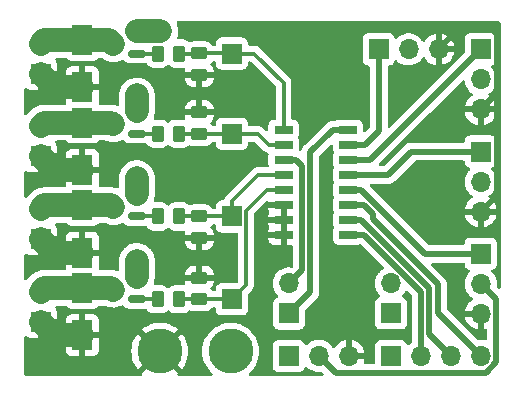
<source format=gtl>
G04 #@! TF.GenerationSoftware,KiCad,Pcbnew,(6.0.2)*
G04 #@! TF.CreationDate,2022-07-27T14:51:58+02:00*
G04 #@! TF.ProjectId,Multiplex_MOSFET,4d756c74-6970-46c6-9578-5f4d4f534645,rev?*
G04 #@! TF.SameCoordinates,Original*
G04 #@! TF.FileFunction,Copper,L1,Top*
G04 #@! TF.FilePolarity,Positive*
%FSLAX46Y46*%
G04 Gerber Fmt 4.6, Leading zero omitted, Abs format (unit mm)*
G04 Created by KiCad (PCBNEW (6.0.2)) date 2022-07-27 14:51:58*
%MOMM*%
%LPD*%
G01*
G04 APERTURE LIST*
G04 Aperture macros list*
%AMRoundRect*
0 Rectangle with rounded corners*
0 $1 Rounding radius*
0 $2 $3 $4 $5 $6 $7 $8 $9 X,Y pos of 4 corners*
0 Add a 4 corners polygon primitive as box body*
4,1,4,$2,$3,$4,$5,$6,$7,$8,$9,$2,$3,0*
0 Add four circle primitives for the rounded corners*
1,1,$1+$1,$2,$3*
1,1,$1+$1,$4,$5*
1,1,$1+$1,$6,$7*
1,1,$1+$1,$8,$9*
0 Add four rect primitives between the rounded corners*
20,1,$1+$1,$2,$3,$4,$5,0*
20,1,$1+$1,$4,$5,$6,$7,0*
20,1,$1+$1,$6,$7,$8,$9,0*
20,1,$1+$1,$8,$9,$2,$3,0*%
G04 Aperture macros list end*
G04 #@! TA.AperFunction,SMDPad,CuDef*
%ADD10RoundRect,0.250000X-0.450000X0.262500X-0.450000X-0.262500X0.450000X-0.262500X0.450000X0.262500X0*%
G04 #@! TD*
G04 #@! TA.AperFunction,SMDPad,CuDef*
%ADD11RoundRect,0.250000X0.450000X-0.262500X0.450000X0.262500X-0.450000X0.262500X-0.450000X-0.262500X0*%
G04 #@! TD*
G04 #@! TA.AperFunction,SMDPad,CuDef*
%ADD12RoundRect,0.250000X0.262500X0.450000X-0.262500X0.450000X-0.262500X-0.450000X0.262500X-0.450000X0*%
G04 #@! TD*
G04 #@! TA.AperFunction,SMDPad,CuDef*
%ADD13RoundRect,0.250000X-0.262500X-0.450000X0.262500X-0.450000X0.262500X0.450000X-0.262500X0.450000X0*%
G04 #@! TD*
G04 #@! TA.AperFunction,SMDPad,CuDef*
%ADD14RoundRect,0.150000X0.587500X0.150000X-0.587500X0.150000X-0.587500X-0.150000X0.587500X-0.150000X0*%
G04 #@! TD*
G04 #@! TA.AperFunction,ComponentPad*
%ADD15C,3.800000*%
G04 #@! TD*
G04 #@! TA.AperFunction,ComponentPad*
%ADD16R,1.700000X1.700000*%
G04 #@! TD*
G04 #@! TA.AperFunction,ComponentPad*
%ADD17O,1.700000X1.700000*%
G04 #@! TD*
G04 #@! TA.AperFunction,SMDPad,CuDef*
%ADD18R,1.550000X0.700000*%
G04 #@! TD*
G04 #@! TA.AperFunction,SMDPad,CuDef*
%ADD19R,1.800000X2.500000*%
G04 #@! TD*
G04 #@! TA.AperFunction,ViaPad*
%ADD20C,0.800000*%
G04 #@! TD*
G04 #@! TA.AperFunction,Conductor*
%ADD21C,0.500000*%
G04 #@! TD*
G04 #@! TA.AperFunction,Conductor*
%ADD22C,0.300000*%
G04 #@! TD*
G04 #@! TA.AperFunction,Conductor*
%ADD23C,2.000000*%
G04 #@! TD*
G04 APERTURE END LIST*
D10*
X60300000Y-112427500D03*
X60300000Y-114252500D03*
D11*
X60300000Y-109072500D03*
X60300000Y-107247500D03*
D10*
X60300000Y-98427500D03*
X60300000Y-100252500D03*
D11*
X60300000Y-95272500D03*
X60300000Y-93447500D03*
D12*
X58582500Y-114250000D03*
X56757500Y-114250000D03*
D13*
X56757500Y-107250000D03*
X58582500Y-107250000D03*
X56757500Y-100250000D03*
X58582500Y-100250000D03*
D12*
X58582500Y-93450000D03*
X56757500Y-93450000D03*
D14*
X55007500Y-114250000D03*
X55007500Y-112350000D03*
X53132500Y-113300000D03*
X55007500Y-107250000D03*
X55007500Y-105350000D03*
X53132500Y-106300000D03*
X55007500Y-100250000D03*
X55007500Y-98350000D03*
X53132500Y-99300000D03*
X55007500Y-93450000D03*
X55007500Y-91550000D03*
X53132500Y-92500000D03*
D15*
X62950000Y-118670000D03*
X56950000Y-118670000D03*
D16*
X63050000Y-114250000D03*
X63050000Y-107250000D03*
X63050000Y-100250000D03*
X63050000Y-93450000D03*
X84120000Y-110395000D03*
D17*
X84120000Y-112935000D03*
X84120000Y-115475000D03*
D16*
X84120000Y-101750000D03*
D17*
X84120000Y-104290000D03*
X84120000Y-106830000D03*
D16*
X84120000Y-93100000D03*
D17*
X84120000Y-95640000D03*
X84120000Y-98180000D03*
D16*
X75470000Y-93100000D03*
D17*
X78010000Y-93100000D03*
X80550000Y-93100000D03*
D16*
X76520000Y-119050000D03*
D17*
X79060000Y-119050000D03*
X81600000Y-119050000D03*
X84140000Y-119050000D03*
D16*
X67865000Y-119050000D03*
D17*
X70405000Y-119050000D03*
X72945000Y-119050000D03*
D16*
X76520000Y-115450000D03*
D17*
X76520000Y-112910000D03*
D16*
X67880000Y-115460000D03*
D17*
X67880000Y-112920000D03*
D16*
X46850000Y-116145000D03*
D17*
X46850000Y-113605000D03*
D16*
X46850000Y-109155000D03*
D17*
X46850000Y-106615000D03*
X46850000Y-99610000D03*
D16*
X46850000Y-102150000D03*
X46850000Y-95145000D03*
D17*
X46850000Y-92605000D03*
D18*
X67435000Y-99915000D03*
X67435000Y-101185000D03*
X67435000Y-102455000D03*
X67435000Y-103725000D03*
X67435000Y-104995000D03*
X67435000Y-106265000D03*
X67435000Y-107535000D03*
X67435000Y-108805000D03*
X72885000Y-108805000D03*
X72885000Y-107535000D03*
X72885000Y-106265000D03*
X72885000Y-104995000D03*
X72885000Y-103725000D03*
X72885000Y-102455000D03*
X72885000Y-101185000D03*
X72885000Y-99915000D03*
D19*
X50400000Y-106300000D03*
X50400000Y-110300000D03*
X50400000Y-99300000D03*
X50400000Y-103300000D03*
X50400000Y-92300000D03*
X50400000Y-96300000D03*
X50400000Y-113300000D03*
X50400000Y-117300000D03*
D20*
X57000000Y-91550480D03*
X55000000Y-97000000D03*
X55000000Y-104000000D03*
X55000000Y-111000000D03*
D21*
X84120000Y-98180000D02*
X85500000Y-96800000D01*
X85500000Y-96500000D02*
X85500000Y-105450000D01*
X85500000Y-91880978D02*
X85500000Y-96500000D01*
X85500000Y-105450000D02*
X84120000Y-106830000D01*
X85119022Y-91500000D02*
X85500000Y-91880978D01*
X82150000Y-91500000D02*
X85119022Y-91500000D01*
X80550000Y-93100000D02*
X82150000Y-91500000D01*
X75470000Y-100030000D02*
X74315000Y-101185000D01*
X75470000Y-93100000D02*
X75470000Y-100030000D01*
X74315000Y-101185000D02*
X72885000Y-101185000D01*
X74765000Y-102455000D02*
X72885000Y-102455000D01*
X84120000Y-93100000D02*
X74765000Y-102455000D01*
X76275000Y-103725000D02*
X72885000Y-103725000D01*
X78250000Y-101750000D02*
X76275000Y-103725000D01*
X84120000Y-101750000D02*
X78250000Y-101750000D01*
X73995000Y-104995000D02*
X72885000Y-104995000D01*
X84120000Y-110395000D02*
X79395000Y-110395000D01*
X79395000Y-110395000D02*
X73995000Y-104995000D01*
X74265000Y-106265000D02*
X72885000Y-106265000D01*
X75000000Y-107500000D02*
X75000000Y-107000000D01*
X80500000Y-115410000D02*
X80500000Y-113000000D01*
X80500000Y-113000000D02*
X75000000Y-107500000D01*
X84140000Y-119050000D02*
X80500000Y-115410000D01*
X75000000Y-107000000D02*
X74265000Y-106265000D01*
X79759520Y-113322463D02*
X79759520Y-117209520D01*
X79759520Y-117209520D02*
X81600000Y-119050000D01*
X72885000Y-107535000D02*
X73972057Y-107535000D01*
X73972057Y-107535000D02*
X79759520Y-113322463D01*
X79060000Y-113612213D02*
X74252787Y-108805000D01*
X74252787Y-108805000D02*
X72885000Y-108805000D01*
X79060000Y-119050000D02*
X79060000Y-113612213D01*
X85439511Y-119588276D02*
X85439511Y-114254511D01*
X85439511Y-114254511D02*
X84120000Y-112935000D01*
X84527787Y-120500000D02*
X85439511Y-119588276D01*
X71855000Y-120500000D02*
X84527787Y-120500000D01*
X70405000Y-119050000D02*
X71855000Y-120500000D01*
X71585000Y-99915000D02*
X72885000Y-99915000D01*
X69699520Y-113640480D02*
X69699520Y-101800480D01*
X69699520Y-101800480D02*
X71585000Y-99915000D01*
X67880000Y-115460000D02*
X69699520Y-113640480D01*
X69000000Y-103000000D02*
X69000000Y-111800000D01*
X68455000Y-102455000D02*
X69000000Y-103000000D01*
X69000000Y-111800000D02*
X67880000Y-112920000D01*
X67435000Y-102455000D02*
X68455000Y-102455000D01*
X67890000Y-112910000D02*
X67880000Y-112920000D01*
X67865000Y-115475000D02*
X67880000Y-115460000D01*
D22*
X64249511Y-113050489D02*
X63050000Y-114250000D01*
X64249511Y-106750489D02*
X64249511Y-113050489D01*
X66749511Y-105000000D02*
X66000000Y-105000000D01*
X66754511Y-104995000D02*
X66749511Y-105000000D01*
X67435000Y-104995000D02*
X66754511Y-104995000D01*
X66000000Y-105000000D02*
X64249511Y-106750489D01*
X63050000Y-105950000D02*
X63050000Y-107250000D01*
X65275000Y-103725000D02*
X63050000Y-105950000D01*
X67435000Y-103725000D02*
X65275000Y-103725000D01*
X65250000Y-100250000D02*
X63050000Y-100250000D01*
X67435000Y-101185000D02*
X66185000Y-101185000D01*
X66185000Y-101185000D02*
X65250000Y-100250000D01*
X67435000Y-95935000D02*
X67435000Y-99915000D01*
X63050000Y-93450000D02*
X64950000Y-93450000D01*
X64950000Y-93450000D02*
X67435000Y-95935000D01*
X63047500Y-93447500D02*
X63050000Y-93450000D01*
X60300000Y-93447500D02*
X63047500Y-93447500D01*
X60297500Y-93450000D02*
X60300000Y-93447500D01*
X58582500Y-93450000D02*
X60297500Y-93450000D01*
X55007500Y-93450000D02*
X56757500Y-93450000D01*
X60300000Y-100252500D02*
X63047500Y-100252500D01*
X63047500Y-100252500D02*
X63050000Y-100250000D01*
X58582500Y-100250000D02*
X60297500Y-100250000D01*
X60297500Y-100250000D02*
X60300000Y-100252500D01*
X55007500Y-100250000D02*
X56757500Y-100250000D01*
X63047500Y-114252500D02*
X63050000Y-114250000D01*
X60300000Y-114252500D02*
X63047500Y-114252500D01*
X58582500Y-114250000D02*
X60297500Y-114250000D01*
X60297500Y-114250000D02*
X60300000Y-114252500D01*
X55007500Y-114250000D02*
X56757500Y-114250000D01*
X63047500Y-107247500D02*
X63050000Y-107250000D01*
X60300000Y-107247500D02*
X63047500Y-107247500D01*
X60297500Y-107250000D02*
X60300000Y-107247500D01*
X58582500Y-107250000D02*
X60297500Y-107250000D01*
X55007500Y-107250000D02*
X56757500Y-107250000D01*
D23*
X52646909Y-92300000D02*
X52989705Y-92642796D01*
X50400000Y-92300000D02*
X52646909Y-92300000D01*
X52846909Y-99300000D02*
X52989705Y-99442796D01*
X50400000Y-99300000D02*
X52846909Y-99300000D01*
X52846909Y-106300000D02*
X52989705Y-106442796D01*
X50400000Y-106300000D02*
X52846909Y-106300000D01*
X52846909Y-113300000D02*
X52989705Y-113442796D01*
X50400000Y-113300000D02*
X52846909Y-113300000D01*
X56999520Y-91550000D02*
X57000000Y-91550480D01*
X55007500Y-91550000D02*
X56999520Y-91550000D01*
X55007500Y-97007500D02*
X55000000Y-97000000D01*
X55007500Y-98350000D02*
X55007500Y-97007500D01*
X55007500Y-104007500D02*
X55000000Y-104000000D01*
X55007500Y-105350000D02*
X55007500Y-104007500D01*
X55007500Y-111007500D02*
X55000000Y-111000000D01*
X55007500Y-112350000D02*
X55007500Y-111007500D01*
X47155000Y-92300000D02*
X46850000Y-92605000D01*
X50400000Y-92300000D02*
X47155000Y-92300000D01*
X50400000Y-96300000D02*
X48005000Y-96300000D01*
X48005000Y-96300000D02*
X46850000Y-95145000D01*
X47160000Y-99300000D02*
X46850000Y-99610000D01*
X50400000Y-99300000D02*
X47160000Y-99300000D01*
X48000000Y-103300000D02*
X46850000Y-102150000D01*
X50400000Y-103300000D02*
X48000000Y-103300000D01*
X47165000Y-106300000D02*
X46850000Y-106615000D01*
X50400000Y-106300000D02*
X47165000Y-106300000D01*
X47995000Y-110300000D02*
X46850000Y-109155000D01*
X50400000Y-110300000D02*
X47995000Y-110300000D01*
X48005000Y-117300000D02*
X46850000Y-116145000D01*
X50400000Y-117300000D02*
X48005000Y-117300000D01*
X47155000Y-113300000D02*
X46850000Y-113605000D01*
X50400000Y-113300000D02*
X47155000Y-113300000D01*
G04 #@! TA.AperFunction,Conductor*
G36*
X71519532Y-101157315D02*
G01*
X71576368Y-101199862D01*
X71601179Y-101266382D01*
X71601500Y-101275371D01*
X71601500Y-101583134D01*
X71608255Y-101645316D01*
X71611027Y-101652712D01*
X71611029Y-101652718D01*
X71657160Y-101775771D01*
X71662343Y-101846578D01*
X71657160Y-101864229D01*
X71611029Y-101987282D01*
X71611027Y-101987288D01*
X71608255Y-101994684D01*
X71601500Y-102056866D01*
X71601500Y-102853134D01*
X71608255Y-102915316D01*
X71611027Y-102922712D01*
X71611029Y-102922718D01*
X71657160Y-103045771D01*
X71662343Y-103116578D01*
X71657160Y-103134229D01*
X71611029Y-103257282D01*
X71611027Y-103257288D01*
X71608255Y-103264684D01*
X71601500Y-103326866D01*
X71601500Y-104123134D01*
X71608255Y-104185316D01*
X71611027Y-104192712D01*
X71611029Y-104192718D01*
X71657160Y-104315771D01*
X71662343Y-104386578D01*
X71657160Y-104404229D01*
X71611029Y-104527282D01*
X71611027Y-104527288D01*
X71608255Y-104534684D01*
X71601500Y-104596866D01*
X71601500Y-105393134D01*
X71608255Y-105455316D01*
X71611027Y-105462712D01*
X71611029Y-105462718D01*
X71657160Y-105585771D01*
X71662343Y-105656578D01*
X71657160Y-105674229D01*
X71611029Y-105797282D01*
X71611027Y-105797288D01*
X71608255Y-105804684D01*
X71601500Y-105866866D01*
X71601500Y-106663134D01*
X71608255Y-106725316D01*
X71611027Y-106732712D01*
X71611029Y-106732718D01*
X71657160Y-106855771D01*
X71662343Y-106926578D01*
X71657160Y-106944229D01*
X71611029Y-107067282D01*
X71611027Y-107067288D01*
X71608255Y-107074684D01*
X71601500Y-107136866D01*
X71601500Y-107933134D01*
X71608255Y-107995316D01*
X71611027Y-108002712D01*
X71611029Y-108002718D01*
X71657160Y-108125771D01*
X71662343Y-108196578D01*
X71657160Y-108214229D01*
X71611029Y-108337282D01*
X71611027Y-108337288D01*
X71608255Y-108344684D01*
X71601500Y-108406866D01*
X71601500Y-109203134D01*
X71608255Y-109265316D01*
X71659385Y-109401705D01*
X71746739Y-109518261D01*
X71863295Y-109605615D01*
X71999684Y-109656745D01*
X72061866Y-109663500D01*
X73708134Y-109663500D01*
X73770316Y-109656745D01*
X73884578Y-109613910D01*
X73955386Y-109608727D01*
X74017903Y-109642797D01*
X75894386Y-111519280D01*
X75928412Y-111581592D01*
X75923347Y-111652407D01*
X75880800Y-111709243D01*
X75863471Y-111720138D01*
X75812360Y-111746745D01*
X75793607Y-111756507D01*
X75789474Y-111759610D01*
X75789471Y-111759612D01*
X75620452Y-111886515D01*
X75614965Y-111890635D01*
X75580386Y-111926820D01*
X75469705Y-112042641D01*
X75460629Y-112052138D01*
X75457715Y-112056410D01*
X75457714Y-112056411D01*
X75402553Y-112137274D01*
X75334743Y-112236680D01*
X75240688Y-112439305D01*
X75180989Y-112654570D01*
X75157251Y-112876695D01*
X75157548Y-112881848D01*
X75157548Y-112881851D01*
X75167386Y-113052474D01*
X75170110Y-113099715D01*
X75171247Y-113104761D01*
X75171248Y-113104767D01*
X75194221Y-113206704D01*
X75219222Y-113317639D01*
X75258001Y-113413140D01*
X75287920Y-113486822D01*
X75303266Y-113524616D01*
X75329561Y-113567525D01*
X75411386Y-113701052D01*
X75419987Y-113715088D01*
X75566250Y-113883938D01*
X75570230Y-113887242D01*
X75574981Y-113891187D01*
X75614616Y-113950090D01*
X75616113Y-114021071D01*
X75578997Y-114081593D01*
X75538725Y-114106112D01*
X75502146Y-114119825D01*
X75423295Y-114149385D01*
X75306739Y-114236739D01*
X75219385Y-114353295D01*
X75168255Y-114489684D01*
X75161500Y-114551866D01*
X75161500Y-116348134D01*
X75168255Y-116410316D01*
X75219385Y-116546705D01*
X75306739Y-116663261D01*
X75423295Y-116750615D01*
X75559684Y-116801745D01*
X75611363Y-116807359D01*
X75617632Y-116808040D01*
X75621866Y-116808500D01*
X77418134Y-116808500D01*
X77422369Y-116808040D01*
X77428637Y-116807359D01*
X77480316Y-116801745D01*
X77616705Y-116750615D01*
X77733261Y-116663261D01*
X77820615Y-116546705D01*
X77871745Y-116410316D01*
X77878500Y-116348134D01*
X77878500Y-114551866D01*
X77871745Y-114489684D01*
X77820615Y-114353295D01*
X77733261Y-114236739D01*
X77616705Y-114149385D01*
X77598657Y-114142619D01*
X77498203Y-114104960D01*
X77441439Y-114062318D01*
X77416739Y-113995756D01*
X77431947Y-113926408D01*
X77453493Y-113897727D01*
X77476938Y-113874364D01*
X77558096Y-113793489D01*
X77593665Y-113743990D01*
X77685435Y-113616277D01*
X77688453Y-113612077D01*
X77697387Y-113594000D01*
X77709427Y-113569640D01*
X77757541Y-113517434D01*
X77826243Y-113499527D01*
X77893719Y-113521606D01*
X77911479Y-113536373D01*
X78264595Y-113889489D01*
X78298621Y-113951801D01*
X78301500Y-113978584D01*
X78301500Y-117857655D01*
X78281498Y-117925776D01*
X78251153Y-117958415D01*
X78246774Y-117961703D01*
X78154965Y-118030635D01*
X78098537Y-118089684D01*
X78074283Y-118115064D01*
X78012759Y-118150494D01*
X77941846Y-118147037D01*
X77884060Y-118105791D01*
X77865207Y-118072243D01*
X77823767Y-117961703D01*
X77820615Y-117953295D01*
X77733261Y-117836739D01*
X77616705Y-117749385D01*
X77480316Y-117698255D01*
X77418134Y-117691500D01*
X75621866Y-117691500D01*
X75559684Y-117698255D01*
X75423295Y-117749385D01*
X75306739Y-117836739D01*
X75219385Y-117953295D01*
X75168255Y-118089684D01*
X75161500Y-118151866D01*
X75161500Y-119615500D01*
X75141498Y-119683621D01*
X75087842Y-119730114D01*
X75035500Y-119741500D01*
X74320944Y-119741500D01*
X74252823Y-119721498D01*
X74206330Y-119667842D01*
X74196226Y-119597568D01*
X74207986Y-119559674D01*
X74209672Y-119556263D01*
X74213469Y-119546672D01*
X74275377Y-119342910D01*
X74277555Y-119332837D01*
X74278986Y-119321962D01*
X74276775Y-119307778D01*
X74263617Y-119304000D01*
X72817000Y-119304000D01*
X72748879Y-119283998D01*
X72702386Y-119230342D01*
X72691000Y-119178000D01*
X72691000Y-118777885D01*
X73199000Y-118777885D01*
X73203475Y-118793124D01*
X73204865Y-118794329D01*
X73212548Y-118796000D01*
X74263344Y-118796000D01*
X74276875Y-118792027D01*
X74278180Y-118782947D01*
X74236214Y-118615875D01*
X74232894Y-118606124D01*
X74147972Y-118410814D01*
X74143105Y-118401739D01*
X74027426Y-118222926D01*
X74021136Y-118214757D01*
X73877806Y-118057240D01*
X73870273Y-118050215D01*
X73703139Y-117918222D01*
X73694552Y-117912517D01*
X73508117Y-117809599D01*
X73498705Y-117805369D01*
X73297959Y-117734280D01*
X73287988Y-117731646D01*
X73216837Y-117718972D01*
X73203540Y-117720432D01*
X73199000Y-117734989D01*
X73199000Y-118777885D01*
X72691000Y-118777885D01*
X72691000Y-117733102D01*
X72687082Y-117719758D01*
X72672806Y-117717771D01*
X72634324Y-117723660D01*
X72624288Y-117726051D01*
X72421868Y-117792212D01*
X72412359Y-117796209D01*
X72223463Y-117894542D01*
X72214738Y-117900036D01*
X72044433Y-118027905D01*
X72036726Y-118034748D01*
X71889590Y-118188717D01*
X71883109Y-118196722D01*
X71778498Y-118350074D01*
X71723587Y-118395076D01*
X71653062Y-118403247D01*
X71589315Y-118371993D01*
X71568618Y-118347509D01*
X71487822Y-118222617D01*
X71487820Y-118222614D01*
X71485014Y-118218277D01*
X71334670Y-118053051D01*
X71330619Y-118049852D01*
X71330615Y-118049848D01*
X71163414Y-117917800D01*
X71163410Y-117917798D01*
X71159359Y-117914598D01*
X71123028Y-117894542D01*
X71107136Y-117885769D01*
X70963789Y-117806638D01*
X70958920Y-117804914D01*
X70958916Y-117804912D01*
X70758087Y-117733795D01*
X70758083Y-117733794D01*
X70753212Y-117732069D01*
X70748119Y-117731162D01*
X70748116Y-117731161D01*
X70538373Y-117693800D01*
X70538367Y-117693799D01*
X70533284Y-117692894D01*
X70459452Y-117691992D01*
X70315081Y-117690228D01*
X70315079Y-117690228D01*
X70309911Y-117690165D01*
X70089091Y-117723955D01*
X69876756Y-117793357D01*
X69678607Y-117896507D01*
X69674474Y-117899610D01*
X69674471Y-117899612D01*
X69504100Y-118027530D01*
X69499965Y-118030635D01*
X69443537Y-118089684D01*
X69419283Y-118115064D01*
X69357759Y-118150494D01*
X69286846Y-118147037D01*
X69229060Y-118105791D01*
X69210207Y-118072243D01*
X69168767Y-117961703D01*
X69165615Y-117953295D01*
X69078261Y-117836739D01*
X68961705Y-117749385D01*
X68825316Y-117698255D01*
X68763134Y-117691500D01*
X66966866Y-117691500D01*
X66904684Y-117698255D01*
X66768295Y-117749385D01*
X66651739Y-117836739D01*
X66564385Y-117953295D01*
X66513255Y-118089684D01*
X66506500Y-118151866D01*
X66506500Y-119948134D01*
X66513255Y-120010316D01*
X66564385Y-120146705D01*
X66651739Y-120263261D01*
X66768295Y-120350615D01*
X66904684Y-120401745D01*
X66966866Y-120408500D01*
X68763134Y-120408500D01*
X68825316Y-120401745D01*
X68961705Y-120350615D01*
X69078261Y-120263261D01*
X69165615Y-120146705D01*
X69188809Y-120084835D01*
X69209598Y-120029382D01*
X69252240Y-119972618D01*
X69318802Y-119947918D01*
X69388150Y-119963126D01*
X69422817Y-119991114D01*
X69451250Y-120023938D01*
X69623126Y-120166632D01*
X69816000Y-120279338D01*
X70024692Y-120359030D01*
X70029760Y-120360061D01*
X70029763Y-120360062D01*
X70137379Y-120381957D01*
X70243597Y-120403567D01*
X70248772Y-120403757D01*
X70248774Y-120403757D01*
X70461673Y-120411564D01*
X70461677Y-120411564D01*
X70466837Y-120411753D01*
X70606908Y-120393809D01*
X70677017Y-120404993D01*
X70712012Y-120429693D01*
X70799224Y-120516905D01*
X70833250Y-120579217D01*
X70828185Y-120650032D01*
X70785638Y-120706868D01*
X70719118Y-120731679D01*
X70710129Y-120732000D01*
X64590817Y-120732000D01*
X64522696Y-120711998D01*
X64476203Y-120658342D01*
X64466099Y-120588068D01*
X64495593Y-120523488D01*
X64504564Y-120514150D01*
X64632714Y-120393809D01*
X64709192Y-120321992D01*
X64902370Y-120088480D01*
X65064758Y-119832598D01*
X65193794Y-119558381D01*
X65197599Y-119546672D01*
X65286218Y-119273930D01*
X65287445Y-119270154D01*
X65344233Y-118972462D01*
X65363262Y-118670000D01*
X65344233Y-118367538D01*
X65287445Y-118069846D01*
X65201362Y-117804912D01*
X65195020Y-117785392D01*
X65195020Y-117785391D01*
X65193794Y-117781619D01*
X65181161Y-117754771D01*
X65088791Y-117558475D01*
X65064758Y-117507402D01*
X65059125Y-117498525D01*
X64904492Y-117254864D01*
X64902370Y-117251520D01*
X64709192Y-117018008D01*
X64488271Y-116810550D01*
X64484371Y-116807716D01*
X64322729Y-116690277D01*
X64243090Y-116632416D01*
X64162146Y-116587916D01*
X63980986Y-116488322D01*
X63980985Y-116488321D01*
X63977517Y-116486415D01*
X63973848Y-116484962D01*
X63973843Y-116484960D01*
X63699409Y-116376304D01*
X63699408Y-116376304D01*
X63695739Y-116374851D01*
X63402200Y-116299484D01*
X63101530Y-116261500D01*
X62798470Y-116261500D01*
X62497800Y-116299484D01*
X62204261Y-116374851D01*
X62200592Y-116376304D01*
X62200591Y-116376304D01*
X61926157Y-116484960D01*
X61926152Y-116484962D01*
X61922483Y-116486415D01*
X61919015Y-116488321D01*
X61919014Y-116488322D01*
X61737855Y-116587916D01*
X61656910Y-116632416D01*
X61577271Y-116690277D01*
X61415630Y-116807716D01*
X61411729Y-116810550D01*
X61190808Y-117018008D01*
X60997630Y-117251520D01*
X60995508Y-117254864D01*
X60840876Y-117498525D01*
X60835242Y-117507402D01*
X60811209Y-117558475D01*
X60718840Y-117754771D01*
X60706206Y-117781619D01*
X60704980Y-117785391D01*
X60704980Y-117785392D01*
X60698638Y-117804912D01*
X60612555Y-118069846D01*
X60555767Y-118367538D01*
X60536738Y-118670000D01*
X60555767Y-118972462D01*
X60612555Y-119270154D01*
X60613782Y-119273930D01*
X60702402Y-119546672D01*
X60706206Y-119558381D01*
X60835242Y-119832598D01*
X60997630Y-120088480D01*
X61190808Y-120321992D01*
X61267286Y-120393809D01*
X61395436Y-120514150D01*
X61431401Y-120575363D01*
X61428564Y-120646302D01*
X61387823Y-120704447D01*
X61322115Y-120731335D01*
X61309183Y-120732000D01*
X58571587Y-120732000D01*
X58503466Y-120711998D01*
X58456973Y-120658342D01*
X58446869Y-120588068D01*
X58459674Y-120557769D01*
X58460629Y-120546640D01*
X58452749Y-120531960D01*
X56962810Y-119042020D01*
X56948869Y-119034408D01*
X56947034Y-119034539D01*
X56940420Y-119038790D01*
X55446927Y-120532284D01*
X55439313Y-120546228D01*
X55440199Y-120558620D01*
X55454489Y-120596112D01*
X55439895Y-120665592D01*
X55390054Y-120716152D01*
X55328878Y-120732000D01*
X45604000Y-120732000D01*
X45535879Y-120711998D01*
X45489386Y-120658342D01*
X45478000Y-120606000D01*
X45478000Y-118594669D01*
X48992001Y-118594669D01*
X48992371Y-118601490D01*
X48997895Y-118652352D01*
X49001521Y-118667604D01*
X49046676Y-118788054D01*
X49055214Y-118803649D01*
X49131715Y-118905724D01*
X49144276Y-118918285D01*
X49246351Y-118994786D01*
X49261946Y-119003324D01*
X49382394Y-119048478D01*
X49397649Y-119052105D01*
X49448514Y-119057631D01*
X49455328Y-119058000D01*
X50127885Y-119058000D01*
X50143124Y-119053525D01*
X50144329Y-119052135D01*
X50146000Y-119044452D01*
X50146000Y-119039884D01*
X50654000Y-119039884D01*
X50658475Y-119055123D01*
X50659865Y-119056328D01*
X50667548Y-119057999D01*
X51344669Y-119057999D01*
X51351490Y-119057629D01*
X51402352Y-119052105D01*
X51417604Y-119048479D01*
X51538054Y-119003324D01*
X51553649Y-118994786D01*
X51655724Y-118918285D01*
X51668285Y-118905724D01*
X51744786Y-118803649D01*
X51753324Y-118788054D01*
X51796097Y-118673958D01*
X54537488Y-118673958D01*
X54556015Y-118968436D01*
X54557008Y-118976297D01*
X54612296Y-119266128D01*
X54614267Y-119273805D01*
X54705446Y-119554424D01*
X54708361Y-119561787D01*
X54833993Y-119828770D01*
X54837805Y-119835703D01*
X54995909Y-120084835D01*
X55000563Y-120091241D01*
X55065521Y-120169761D01*
X55078040Y-120178217D01*
X55088778Y-120172011D01*
X56577980Y-118682810D01*
X56584357Y-118671131D01*
X57314408Y-118671131D01*
X57314539Y-118672966D01*
X57318790Y-118679580D01*
X58810119Y-120170908D01*
X58823381Y-120178150D01*
X58833485Y-120170962D01*
X58899437Y-120091241D01*
X58904091Y-120084835D01*
X59062195Y-119835703D01*
X59066007Y-119828770D01*
X59191639Y-119561787D01*
X59194554Y-119554424D01*
X59285733Y-119273805D01*
X59287704Y-119266128D01*
X59342992Y-118976297D01*
X59343985Y-118968436D01*
X59362512Y-118673958D01*
X59362512Y-118666042D01*
X59343985Y-118371564D01*
X59342992Y-118363703D01*
X59287704Y-118073872D01*
X59285733Y-118066195D01*
X59194554Y-117785576D01*
X59191639Y-117778213D01*
X59066007Y-117511230D01*
X59062195Y-117504297D01*
X58904091Y-117255165D01*
X58899437Y-117248759D01*
X58834479Y-117170239D01*
X58821960Y-117161783D01*
X58811222Y-117167989D01*
X57322020Y-118657190D01*
X57314408Y-118671131D01*
X56584357Y-118671131D01*
X56585592Y-118668869D01*
X56585461Y-118667034D01*
X56581210Y-118660420D01*
X55089881Y-117169092D01*
X55076619Y-117161850D01*
X55066515Y-117169038D01*
X55000563Y-117248759D01*
X54995909Y-117255165D01*
X54837805Y-117504297D01*
X54833993Y-117511230D01*
X54708361Y-117778213D01*
X54705446Y-117785576D01*
X54614267Y-118066195D01*
X54612296Y-118073872D01*
X54557008Y-118363703D01*
X54556015Y-118371564D01*
X54537488Y-118666042D01*
X54537488Y-118673958D01*
X51796097Y-118673958D01*
X51798478Y-118667606D01*
X51802105Y-118652351D01*
X51807631Y-118601486D01*
X51808000Y-118594672D01*
X51808000Y-117572115D01*
X51803525Y-117556876D01*
X51802135Y-117555671D01*
X51794452Y-117554000D01*
X50672115Y-117554000D01*
X50656876Y-117558475D01*
X50655671Y-117559865D01*
X50654000Y-117567548D01*
X50654000Y-119039884D01*
X50146000Y-119039884D01*
X50146000Y-117572115D01*
X50141525Y-117556876D01*
X50140135Y-117555671D01*
X50132452Y-117554000D01*
X49010116Y-117554000D01*
X48994877Y-117558475D01*
X48993672Y-117559865D01*
X48992001Y-117567548D01*
X48992001Y-118594669D01*
X45478000Y-118594669D01*
X45478000Y-117490559D01*
X45498002Y-117422438D01*
X45551658Y-117375945D01*
X45621932Y-117365841D01*
X45679564Y-117389732D01*
X45746352Y-117439787D01*
X45761946Y-117448324D01*
X45882394Y-117493478D01*
X45897649Y-117497105D01*
X45948514Y-117502631D01*
X45955328Y-117503000D01*
X46577885Y-117503000D01*
X46593124Y-117498525D01*
X46594329Y-117497135D01*
X46596000Y-117489452D01*
X46596000Y-117484884D01*
X47104000Y-117484884D01*
X47108475Y-117500123D01*
X47109865Y-117501328D01*
X47117548Y-117502999D01*
X47744669Y-117502999D01*
X47751490Y-117502629D01*
X47802352Y-117497105D01*
X47817604Y-117493479D01*
X47938054Y-117448324D01*
X47953649Y-117439786D01*
X48055724Y-117363285D01*
X48068285Y-117350724D01*
X48144786Y-117248649D01*
X48153324Y-117233054D01*
X48198478Y-117112606D01*
X48202105Y-117097351D01*
X48207631Y-117046486D01*
X48208000Y-117039672D01*
X48208000Y-117027885D01*
X48992000Y-117027885D01*
X48996475Y-117043124D01*
X48997865Y-117044329D01*
X49005548Y-117046000D01*
X50127885Y-117046000D01*
X50143124Y-117041525D01*
X50144329Y-117040135D01*
X50146000Y-117032452D01*
X50146000Y-117027885D01*
X50654000Y-117027885D01*
X50658475Y-117043124D01*
X50659865Y-117044329D01*
X50667548Y-117046000D01*
X51789884Y-117046000D01*
X51805123Y-117041525D01*
X51806328Y-117040135D01*
X51807999Y-117032452D01*
X51807999Y-116795179D01*
X55440347Y-116795179D01*
X55447251Y-116808040D01*
X56937190Y-118297980D01*
X56951131Y-118305592D01*
X56952966Y-118305461D01*
X56959580Y-118301210D01*
X58453073Y-116807716D01*
X58459686Y-116795606D01*
X58450857Y-116783986D01*
X58246030Y-116635170D01*
X58239350Y-116630930D01*
X57980766Y-116488772D01*
X57973631Y-116485415D01*
X57699254Y-116376781D01*
X57691763Y-116374347D01*
X57405941Y-116300961D01*
X57398170Y-116299479D01*
X57105430Y-116262497D01*
X57097540Y-116262000D01*
X56802460Y-116262000D01*
X56794570Y-116262497D01*
X56501830Y-116299479D01*
X56494059Y-116300961D01*
X56208237Y-116374347D01*
X56200746Y-116376781D01*
X55926369Y-116485415D01*
X55919234Y-116488772D01*
X55660650Y-116630930D01*
X55653970Y-116635170D01*
X55448770Y-116784256D01*
X55440347Y-116795179D01*
X51807999Y-116795179D01*
X51807999Y-116005331D01*
X51807629Y-115998510D01*
X51802105Y-115947648D01*
X51798479Y-115932396D01*
X51753324Y-115811946D01*
X51744786Y-115796351D01*
X51668285Y-115694276D01*
X51655724Y-115681715D01*
X51553649Y-115605214D01*
X51538054Y-115596676D01*
X51417606Y-115551522D01*
X51402351Y-115547895D01*
X51351486Y-115542369D01*
X51344672Y-115542000D01*
X50672115Y-115542000D01*
X50656876Y-115546475D01*
X50655671Y-115547865D01*
X50654000Y-115555548D01*
X50654000Y-117027885D01*
X50146000Y-117027885D01*
X50146000Y-115560116D01*
X50141525Y-115544877D01*
X50140135Y-115543672D01*
X50132452Y-115542001D01*
X49455331Y-115542001D01*
X49448510Y-115542371D01*
X49397648Y-115547895D01*
X49382396Y-115551521D01*
X49261946Y-115596676D01*
X49246351Y-115605214D01*
X49144276Y-115681715D01*
X49131715Y-115694276D01*
X49055214Y-115796351D01*
X49046676Y-115811946D01*
X49001522Y-115932394D01*
X48997895Y-115947649D01*
X48992369Y-115998514D01*
X48992000Y-116005328D01*
X48992000Y-117027885D01*
X48208000Y-117027885D01*
X48208000Y-116417115D01*
X48203525Y-116401876D01*
X48202135Y-116400671D01*
X48194452Y-116399000D01*
X47122115Y-116399000D01*
X47106876Y-116403475D01*
X47105671Y-116404865D01*
X47104000Y-116412548D01*
X47104000Y-117484884D01*
X46596000Y-117484884D01*
X46596000Y-116017000D01*
X46616002Y-115948879D01*
X46669658Y-115902386D01*
X46722000Y-115891000D01*
X48189884Y-115891000D01*
X48205123Y-115886525D01*
X48206328Y-115885135D01*
X48207999Y-115877452D01*
X48207999Y-115250331D01*
X48207629Y-115243510D01*
X48202105Y-115192648D01*
X48198479Y-115177396D01*
X48153324Y-115056946D01*
X48144786Y-115041352D01*
X48121338Y-115010065D01*
X48096490Y-114943559D01*
X48111543Y-114874176D01*
X48161717Y-114823946D01*
X48222164Y-114808500D01*
X48995198Y-114808500D01*
X49063319Y-114828502D01*
X49096024Y-114858935D01*
X49136739Y-114913261D01*
X49253295Y-115000615D01*
X49389684Y-115051745D01*
X49451866Y-115058500D01*
X51348134Y-115058500D01*
X51410316Y-115051745D01*
X51546705Y-115000615D01*
X51663261Y-114913261D01*
X51703976Y-114858935D01*
X51760835Y-114816420D01*
X51804802Y-114808500D01*
X52318469Y-114808500D01*
X52365669Y-114817675D01*
X52537134Y-114886951D01*
X52542065Y-114888071D01*
X52542064Y-114888071D01*
X52768918Y-114939611D01*
X52768921Y-114939612D01*
X52773849Y-114940731D01*
X52778896Y-114941049D01*
X52778899Y-114941049D01*
X52999355Y-114954919D01*
X53008267Y-114955480D01*
X53011064Y-114955656D01*
X53016118Y-114955974D01*
X53204181Y-114937533D01*
X53252680Y-114932778D01*
X53252681Y-114932778D01*
X53257707Y-114932285D01*
X53492401Y-114870277D01*
X53548188Y-114845439D01*
X53635369Y-114806623D01*
X53714161Y-114771542D01*
X53719876Y-114767802D01*
X53720543Y-114767600D01*
X53722836Y-114766350D01*
X53723096Y-114766827D01*
X53787826Y-114747238D01*
X53856110Y-114766676D01*
X53888429Y-114796008D01*
X53891508Y-114799978D01*
X53895547Y-114806807D01*
X54013193Y-114924453D01*
X54020017Y-114928489D01*
X54020020Y-114928491D01*
X54110626Y-114982075D01*
X54156399Y-115009145D01*
X54164010Y-115011356D01*
X54164012Y-115011357D01*
X54210911Y-115024982D01*
X54316169Y-115055562D01*
X54322574Y-115056066D01*
X54322579Y-115056067D01*
X54351042Y-115058307D01*
X54351050Y-115058307D01*
X54353498Y-115058500D01*
X55661502Y-115058500D01*
X55663950Y-115058307D01*
X55663958Y-115058307D01*
X55692418Y-115056067D01*
X55692421Y-115056067D01*
X55698831Y-115055562D01*
X55711970Y-115051745D01*
X55712170Y-115051687D01*
X55783166Y-115051892D01*
X55842781Y-115090448D01*
X55854463Y-115106382D01*
X55856427Y-115109556D01*
X55896522Y-115174348D01*
X56021697Y-115299305D01*
X56027927Y-115303145D01*
X56027928Y-115303146D01*
X56165090Y-115387694D01*
X56172262Y-115392115D01*
X56252005Y-115418564D01*
X56333611Y-115445632D01*
X56333613Y-115445632D01*
X56340139Y-115447797D01*
X56346975Y-115448497D01*
X56346978Y-115448498D01*
X56390031Y-115452909D01*
X56444600Y-115458500D01*
X57070400Y-115458500D01*
X57073646Y-115458163D01*
X57073650Y-115458163D01*
X57169308Y-115448238D01*
X57169312Y-115448237D01*
X57176166Y-115447526D01*
X57182702Y-115445345D01*
X57182704Y-115445345D01*
X57314806Y-115401272D01*
X57343946Y-115391550D01*
X57494348Y-115298478D01*
X57580784Y-115211891D01*
X57643066Y-115177812D01*
X57713886Y-115182815D01*
X57758975Y-115211736D01*
X57820509Y-115273163D01*
X57846697Y-115299305D01*
X57852927Y-115303145D01*
X57852928Y-115303146D01*
X57990090Y-115387694D01*
X57997262Y-115392115D01*
X58077005Y-115418564D01*
X58158611Y-115445632D01*
X58158613Y-115445632D01*
X58165139Y-115447797D01*
X58171975Y-115448497D01*
X58171978Y-115448498D01*
X58215031Y-115452909D01*
X58269600Y-115458500D01*
X58895400Y-115458500D01*
X58898646Y-115458163D01*
X58898650Y-115458163D01*
X58994308Y-115448238D01*
X58994312Y-115448237D01*
X59001166Y-115447526D01*
X59007702Y-115445345D01*
X59007704Y-115445345D01*
X59139806Y-115401272D01*
X59168946Y-115391550D01*
X59319348Y-115298478D01*
X59324521Y-115293296D01*
X59385872Y-115231838D01*
X59448155Y-115197759D01*
X59518975Y-115202762D01*
X59522789Y-115204358D01*
X59527262Y-115207115D01*
X59629429Y-115241002D01*
X59688611Y-115260632D01*
X59688613Y-115260632D01*
X59695139Y-115262797D01*
X59701975Y-115263497D01*
X59701978Y-115263498D01*
X59745031Y-115267909D01*
X59799600Y-115273500D01*
X60800400Y-115273500D01*
X60803646Y-115273163D01*
X60803650Y-115273163D01*
X60899308Y-115263238D01*
X60899312Y-115263237D01*
X60906166Y-115262526D01*
X60912702Y-115260345D01*
X60912704Y-115260345D01*
X61062658Y-115210316D01*
X61073946Y-115206550D01*
X61224348Y-115113478D01*
X61349305Y-114988303D01*
X61360042Y-114970884D01*
X61412813Y-114923391D01*
X61467302Y-114911000D01*
X61565500Y-114911000D01*
X61633621Y-114931002D01*
X61680114Y-114984658D01*
X61691500Y-115037000D01*
X61691500Y-115148134D01*
X61698255Y-115210316D01*
X61749385Y-115346705D01*
X61836739Y-115463261D01*
X61953295Y-115550615D01*
X62089684Y-115601745D01*
X62151866Y-115608500D01*
X63948134Y-115608500D01*
X64010316Y-115601745D01*
X64146705Y-115550615D01*
X64263261Y-115463261D01*
X64350615Y-115346705D01*
X64401745Y-115210316D01*
X64408500Y-115148134D01*
X64408500Y-113874950D01*
X64428502Y-113806829D01*
X64445405Y-113785855D01*
X64657116Y-113574144D01*
X64665896Y-113566154D01*
X64665898Y-113566152D01*
X64672591Y-113561905D01*
X64679996Y-113554020D01*
X64721115Y-113510232D01*
X64723870Y-113507390D01*
X64744438Y-113486822D01*
X64747158Y-113483315D01*
X64754864Y-113474293D01*
X64786483Y-113440622D01*
X64792948Y-113428862D01*
X64796814Y-113421831D01*
X64807668Y-113405307D01*
X64815956Y-113394621D01*
X64820815Y-113388357D01*
X64823963Y-113381083D01*
X64839165Y-113345954D01*
X64844387Y-113335294D01*
X64862816Y-113301773D01*
X64862817Y-113301771D01*
X64866635Y-113294826D01*
X64871970Y-113274048D01*
X64878369Y-113255358D01*
X64886891Y-113235665D01*
X64894117Y-113190041D01*
X64896524Y-113178418D01*
X64906039Y-113141357D01*
X64908011Y-113133677D01*
X64908011Y-113112230D01*
X64909562Y-113092520D01*
X64911677Y-113079166D01*
X64912917Y-113071337D01*
X64908570Y-113025348D01*
X64908011Y-113013493D01*
X64908011Y-109199669D01*
X66152001Y-109199669D01*
X66152371Y-109206490D01*
X66157895Y-109257352D01*
X66161521Y-109272604D01*
X66206676Y-109393054D01*
X66215214Y-109408649D01*
X66291715Y-109510724D01*
X66304276Y-109523285D01*
X66406351Y-109599786D01*
X66421946Y-109608324D01*
X66542394Y-109653478D01*
X66557649Y-109657105D01*
X66608514Y-109662631D01*
X66615328Y-109663000D01*
X67162885Y-109663000D01*
X67178124Y-109658525D01*
X67179329Y-109657135D01*
X67181000Y-109649452D01*
X67181000Y-109077115D01*
X67176525Y-109061876D01*
X67175135Y-109060671D01*
X67167452Y-109059000D01*
X66170116Y-109059000D01*
X66154877Y-109063475D01*
X66153672Y-109064865D01*
X66152001Y-109072548D01*
X66152001Y-109199669D01*
X64908011Y-109199669D01*
X64908011Y-108532885D01*
X66152000Y-108532885D01*
X66156475Y-108548124D01*
X66157865Y-108549329D01*
X66165548Y-108551000D01*
X67162885Y-108551000D01*
X67178124Y-108546525D01*
X67179329Y-108545135D01*
X67181000Y-108537452D01*
X67181000Y-107807115D01*
X67176525Y-107791876D01*
X67175135Y-107790671D01*
X67167452Y-107789000D01*
X66170116Y-107789000D01*
X66154877Y-107793475D01*
X66153672Y-107794865D01*
X66152001Y-107802548D01*
X66152001Y-107929669D01*
X66152371Y-107936490D01*
X66157895Y-107987352D01*
X66161521Y-108002604D01*
X66207694Y-108125770D01*
X66212877Y-108196578D01*
X66207694Y-108214230D01*
X66161522Y-108337394D01*
X66157895Y-108352649D01*
X66152369Y-108403514D01*
X66152000Y-108410328D01*
X66152000Y-108532885D01*
X64908011Y-108532885D01*
X64908011Y-107262885D01*
X66152000Y-107262885D01*
X66156475Y-107278124D01*
X66157865Y-107279329D01*
X66165548Y-107281000D01*
X67162885Y-107281000D01*
X67178124Y-107276525D01*
X67179329Y-107275135D01*
X67181000Y-107267452D01*
X67181000Y-106537115D01*
X67176525Y-106521876D01*
X67175135Y-106520671D01*
X67167452Y-106519000D01*
X66170116Y-106519000D01*
X66154877Y-106523475D01*
X66153672Y-106524865D01*
X66152001Y-106532548D01*
X66152001Y-106659669D01*
X66152371Y-106666490D01*
X66157895Y-106717352D01*
X66161521Y-106732604D01*
X66207694Y-106855770D01*
X66212877Y-106926578D01*
X66207694Y-106944230D01*
X66161522Y-107067394D01*
X66157895Y-107082649D01*
X66152369Y-107133514D01*
X66152000Y-107140328D01*
X66152000Y-107262885D01*
X64908011Y-107262885D01*
X64908011Y-107075439D01*
X64928013Y-107007318D01*
X64944916Y-106986344D01*
X65953350Y-105977910D01*
X66015661Y-105943885D01*
X66086476Y-105948949D01*
X66143312Y-105991496D01*
X66147929Y-106000719D01*
X66157865Y-106009329D01*
X66165548Y-106011000D01*
X67563000Y-106011000D01*
X67631121Y-106031002D01*
X67677614Y-106084658D01*
X67689000Y-106137000D01*
X67689000Y-109644884D01*
X67693475Y-109660123D01*
X67694865Y-109661328D01*
X67702548Y-109662999D01*
X68115500Y-109662999D01*
X68183621Y-109683001D01*
X68230114Y-109736657D01*
X68241500Y-109788999D01*
X68241500Y-111433629D01*
X68221498Y-111501750D01*
X68204595Y-111522724D01*
X68187296Y-111540023D01*
X68124984Y-111574049D01*
X68076105Y-111574975D01*
X68008284Y-111562894D01*
X67934452Y-111561992D01*
X67790081Y-111560228D01*
X67790079Y-111560228D01*
X67784911Y-111560165D01*
X67564091Y-111593955D01*
X67351756Y-111663357D01*
X67153607Y-111766507D01*
X67149474Y-111769610D01*
X67149471Y-111769612D01*
X66983305Y-111894373D01*
X66974965Y-111900635D01*
X66820629Y-112062138D01*
X66694743Y-112246680D01*
X66674245Y-112290840D01*
X66603013Y-112444297D01*
X66600688Y-112449305D01*
X66540989Y-112664570D01*
X66517251Y-112886695D01*
X66517548Y-112891848D01*
X66517548Y-112891851D01*
X66526919Y-113054368D01*
X66530110Y-113109715D01*
X66531247Y-113114761D01*
X66531248Y-113114767D01*
X66550800Y-113201522D01*
X66579222Y-113327639D01*
X66625099Y-113440622D01*
X66657262Y-113519829D01*
X66663266Y-113534616D01*
X66707892Y-113607439D01*
X66776047Y-113718658D01*
X66779987Y-113725088D01*
X66926250Y-113893938D01*
X66930230Y-113897242D01*
X66934981Y-113901187D01*
X66974616Y-113960090D01*
X66976113Y-114031071D01*
X66938997Y-114091593D01*
X66898724Y-114116112D01*
X66783295Y-114159385D01*
X66666739Y-114246739D01*
X66579385Y-114363295D01*
X66528255Y-114499684D01*
X66521500Y-114561866D01*
X66521500Y-116358134D01*
X66528255Y-116420316D01*
X66579385Y-116556705D01*
X66666739Y-116673261D01*
X66783295Y-116760615D01*
X66919684Y-116811745D01*
X66981866Y-116818500D01*
X68778134Y-116818500D01*
X68840316Y-116811745D01*
X68976705Y-116760615D01*
X69093261Y-116673261D01*
X69180615Y-116556705D01*
X69231745Y-116420316D01*
X69238500Y-116358134D01*
X69238500Y-115226371D01*
X69258502Y-115158250D01*
X69275405Y-115137276D01*
X70188431Y-114224250D01*
X70202843Y-114211864D01*
X70214438Y-114203331D01*
X70214443Y-114203326D01*
X70220338Y-114198988D01*
X70225077Y-114193410D01*
X70225080Y-114193407D01*
X70254555Y-114158712D01*
X70261485Y-114151196D01*
X70267180Y-114145501D01*
X70284801Y-114123229D01*
X70287592Y-114119825D01*
X70330111Y-114069777D01*
X70330112Y-114069775D01*
X70334853Y-114064195D01*
X70338181Y-114057679D01*
X70341548Y-114052630D01*
X70344715Y-114047501D01*
X70349254Y-114041764D01*
X70380175Y-113975605D01*
X70382081Y-113971705D01*
X70388012Y-113960090D01*
X70415289Y-113906672D01*
X70417028Y-113899563D01*
X70419124Y-113893929D01*
X70421043Y-113888159D01*
X70424142Y-113881530D01*
X70439011Y-113810045D01*
X70439981Y-113805762D01*
X70457328Y-113734870D01*
X70458020Y-113723716D01*
X70458055Y-113723718D01*
X70458295Y-113719746D01*
X70458672Y-113715525D01*
X70460161Y-113708365D01*
X70458066Y-113630938D01*
X70458020Y-113627530D01*
X70458020Y-102166851D01*
X70478022Y-102098730D01*
X70494925Y-102077756D01*
X71386405Y-101186276D01*
X71448717Y-101152250D01*
X71519532Y-101157315D01*
G37*
G04 #@! TD.AperFunction*
G04 #@! TA.AperFunction,Conductor*
G36*
X82703621Y-111173502D02*
G01*
X82750114Y-111227158D01*
X82761500Y-111279500D01*
X82761500Y-111293134D01*
X82768255Y-111355316D01*
X82819385Y-111491705D01*
X82906739Y-111608261D01*
X83023295Y-111695615D01*
X83031704Y-111698767D01*
X83031705Y-111698768D01*
X83140451Y-111739535D01*
X83197216Y-111782176D01*
X83221916Y-111848738D01*
X83206709Y-111918087D01*
X83187316Y-111944568D01*
X83078535Y-112058401D01*
X83060629Y-112077138D01*
X83057715Y-112081410D01*
X83057714Y-112081411D01*
X82977207Y-112199430D01*
X82934743Y-112261680D01*
X82919003Y-112295590D01*
X82844673Y-112455721D01*
X82840688Y-112464305D01*
X82780989Y-112679570D01*
X82780440Y-112684707D01*
X82780156Y-112687365D01*
X82757251Y-112901695D01*
X82757548Y-112906848D01*
X82757548Y-112906851D01*
X82769536Y-113114767D01*
X82770110Y-113124715D01*
X82771247Y-113129761D01*
X82771248Y-113129767D01*
X82784832Y-113190041D01*
X82819222Y-113342639D01*
X82872681Y-113474293D01*
X82897889Y-113536373D01*
X82903266Y-113549616D01*
X82938700Y-113607439D01*
X83013355Y-113729265D01*
X83019987Y-113740088D01*
X83166250Y-113908938D01*
X83338126Y-114051632D01*
X83356413Y-114062318D01*
X83411955Y-114094774D01*
X83460679Y-114146412D01*
X83473750Y-114216195D01*
X83447019Y-114281967D01*
X83406562Y-114315327D01*
X83398457Y-114319546D01*
X83389738Y-114325036D01*
X83219433Y-114452905D01*
X83211726Y-114459748D01*
X83064590Y-114613717D01*
X83058104Y-114621727D01*
X82938098Y-114797649D01*
X82933000Y-114806623D01*
X82843338Y-114999783D01*
X82839775Y-115009470D01*
X82784389Y-115209183D01*
X82785912Y-115217607D01*
X82798292Y-115221000D01*
X84248000Y-115221000D01*
X84316121Y-115241002D01*
X84362614Y-115294658D01*
X84374000Y-115347000D01*
X84374000Y-116793517D01*
X84378064Y-116807359D01*
X84391478Y-116809393D01*
X84398184Y-116808534D01*
X84408266Y-116806391D01*
X84518804Y-116773228D01*
X84589799Y-116772812D01*
X84649749Y-116810844D01*
X84679621Y-116875250D01*
X84681011Y-116893914D01*
X84681011Y-117622057D01*
X84661009Y-117690178D01*
X84607353Y-117736671D01*
X84537079Y-117746775D01*
X84512956Y-117740831D01*
X84488212Y-117732069D01*
X84483123Y-117731162D01*
X84483121Y-117731162D01*
X84273373Y-117693800D01*
X84273367Y-117693799D01*
X84268284Y-117692894D01*
X84197770Y-117692033D01*
X84050082Y-117690228D01*
X84050080Y-117690228D01*
X84044911Y-117690165D01*
X84021156Y-117693800D01*
X83941385Y-117706006D01*
X83871023Y-117696538D01*
X83833232Y-117670551D01*
X81905647Y-115742966D01*
X82788257Y-115742966D01*
X82818565Y-115877446D01*
X82821645Y-115887275D01*
X82901770Y-116084603D01*
X82906413Y-116093794D01*
X83017694Y-116275388D01*
X83023777Y-116283699D01*
X83163213Y-116444667D01*
X83170580Y-116451883D01*
X83334434Y-116587916D01*
X83342881Y-116593831D01*
X83526756Y-116701279D01*
X83536042Y-116705729D01*
X83735001Y-116781703D01*
X83744899Y-116784579D01*
X83848250Y-116805606D01*
X83862299Y-116804410D01*
X83866000Y-116794065D01*
X83866000Y-115747115D01*
X83861525Y-115731876D01*
X83860135Y-115730671D01*
X83852452Y-115729000D01*
X82803225Y-115729000D01*
X82789694Y-115732973D01*
X82788257Y-115742966D01*
X81905647Y-115742966D01*
X81295405Y-115132724D01*
X81261379Y-115070412D01*
X81258500Y-115043629D01*
X81258500Y-113067070D01*
X81259933Y-113048120D01*
X81262099Y-113033885D01*
X81262099Y-113033881D01*
X81263199Y-113026651D01*
X81262444Y-113017361D01*
X81258915Y-112973982D01*
X81258500Y-112963767D01*
X81258500Y-112955707D01*
X81255209Y-112927480D01*
X81254778Y-112923121D01*
X81249454Y-112857662D01*
X81249453Y-112857659D01*
X81248860Y-112850364D01*
X81246604Y-112843400D01*
X81245417Y-112837461D01*
X81244030Y-112831590D01*
X81243182Y-112824319D01*
X81240686Y-112817443D01*
X81240684Y-112817434D01*
X81218275Y-112755702D01*
X81216865Y-112751598D01*
X81194352Y-112682101D01*
X81190556Y-112675846D01*
X81188057Y-112670387D01*
X81185329Y-112664939D01*
X81182833Y-112658063D01*
X81142805Y-112597010D01*
X81140481Y-112593327D01*
X81133283Y-112581464D01*
X81102595Y-112530893D01*
X81095198Y-112522517D01*
X81095225Y-112522493D01*
X81092570Y-112519499D01*
X81089868Y-112516268D01*
X81085856Y-112510148D01*
X81029617Y-112456872D01*
X81027175Y-112454494D01*
X79941276Y-111368595D01*
X79907250Y-111306283D01*
X79912315Y-111235468D01*
X79954862Y-111178632D01*
X80021382Y-111153821D01*
X80030371Y-111153500D01*
X82635500Y-111153500D01*
X82703621Y-111173502D01*
G37*
G04 #@! TD.AperFunction*
G04 #@! TA.AperFunction,Conductor*
G36*
X53856110Y-107766676D02*
G01*
X53888429Y-107796008D01*
X53891508Y-107799978D01*
X53895547Y-107806807D01*
X54013193Y-107924453D01*
X54020017Y-107928489D01*
X54020020Y-107928491D01*
X54102172Y-107977075D01*
X54156399Y-108009145D01*
X54164010Y-108011356D01*
X54164012Y-108011357D01*
X54207761Y-108024067D01*
X54316169Y-108055562D01*
X54322574Y-108056066D01*
X54322579Y-108056067D01*
X54351042Y-108058307D01*
X54351050Y-108058307D01*
X54353498Y-108058500D01*
X55661502Y-108058500D01*
X55663950Y-108058307D01*
X55663958Y-108058307D01*
X55692418Y-108056067D01*
X55692421Y-108056067D01*
X55698831Y-108055562D01*
X55711970Y-108051745D01*
X55712170Y-108051687D01*
X55783166Y-108051892D01*
X55842781Y-108090448D01*
X55854463Y-108106382D01*
X55873226Y-108136703D01*
X55896522Y-108174348D01*
X56021697Y-108299305D01*
X56027927Y-108303145D01*
X56027928Y-108303146D01*
X56165090Y-108387694D01*
X56172262Y-108392115D01*
X56216735Y-108406866D01*
X56333611Y-108445632D01*
X56333613Y-108445632D01*
X56340139Y-108447797D01*
X56346975Y-108448497D01*
X56346978Y-108448498D01*
X56390031Y-108452909D01*
X56444600Y-108458500D01*
X57070400Y-108458500D01*
X57073646Y-108458163D01*
X57073650Y-108458163D01*
X57169308Y-108448238D01*
X57169312Y-108448237D01*
X57176166Y-108447526D01*
X57182702Y-108445345D01*
X57182704Y-108445345D01*
X57314806Y-108401272D01*
X57343946Y-108391550D01*
X57494348Y-108298478D01*
X57580784Y-108211891D01*
X57643066Y-108177812D01*
X57713886Y-108182815D01*
X57758975Y-108211736D01*
X57807655Y-108260331D01*
X57846697Y-108299305D01*
X57852927Y-108303145D01*
X57852928Y-108303146D01*
X57990090Y-108387694D01*
X57997262Y-108392115D01*
X58041735Y-108406866D01*
X58158611Y-108445632D01*
X58158613Y-108445632D01*
X58165139Y-108447797D01*
X58171975Y-108448497D01*
X58171978Y-108448498D01*
X58215031Y-108452909D01*
X58269600Y-108458500D01*
X58895400Y-108458500D01*
X58898644Y-108458163D01*
X58898652Y-108458163D01*
X58983667Y-108449342D01*
X59053488Y-108462207D01*
X59105270Y-108510778D01*
X59122572Y-108579634D01*
X59116263Y-108614336D01*
X59104863Y-108648706D01*
X59101995Y-108662086D01*
X59092328Y-108756438D01*
X59092000Y-108762855D01*
X59092000Y-108800385D01*
X59096475Y-108815624D01*
X59097865Y-108816829D01*
X59105548Y-108818500D01*
X61489884Y-108818500D01*
X61505123Y-108814025D01*
X61506328Y-108812635D01*
X61507999Y-108804952D01*
X61507999Y-108762905D01*
X61507662Y-108756386D01*
X61497743Y-108660794D01*
X61494851Y-108647400D01*
X61443412Y-108493216D01*
X61437239Y-108480038D01*
X61351937Y-108342193D01*
X61342901Y-108330792D01*
X61261538Y-108249570D01*
X61227459Y-108187287D01*
X61232462Y-108116467D01*
X61261383Y-108071380D01*
X61344130Y-107988488D01*
X61344134Y-107988483D01*
X61349305Y-107983303D01*
X61360042Y-107965884D01*
X61412813Y-107918391D01*
X61467302Y-107906000D01*
X61565500Y-107906000D01*
X61633621Y-107926002D01*
X61680114Y-107979658D01*
X61691500Y-108032000D01*
X61691500Y-108148134D01*
X61698255Y-108210316D01*
X61749385Y-108346705D01*
X61836739Y-108463261D01*
X61953295Y-108550615D01*
X62089684Y-108601745D01*
X62151866Y-108608500D01*
X63465011Y-108608500D01*
X63533132Y-108628502D01*
X63579625Y-108682158D01*
X63591011Y-108734500D01*
X63591011Y-112725539D01*
X63571009Y-112793660D01*
X63554106Y-112814634D01*
X63514145Y-112854595D01*
X63451833Y-112888621D01*
X63425050Y-112891500D01*
X62151866Y-112891500D01*
X62089684Y-112898255D01*
X61953295Y-112949385D01*
X61836739Y-113036739D01*
X61749385Y-113153295D01*
X61698255Y-113289684D01*
X61691500Y-113351866D01*
X61691500Y-113468000D01*
X61671498Y-113536121D01*
X61617842Y-113582614D01*
X61565500Y-113594000D01*
X61467165Y-113594000D01*
X61399044Y-113573998D01*
X61360022Y-113534305D01*
X61352331Y-113521877D01*
X61352327Y-113521872D01*
X61348478Y-113515652D01*
X61316089Y-113483319D01*
X61261537Y-113428862D01*
X61227458Y-113366579D01*
X61232461Y-113295759D01*
X61261382Y-113250671D01*
X61343739Y-113168171D01*
X61352751Y-113156760D01*
X61437816Y-113018757D01*
X61443963Y-113005576D01*
X61495138Y-112851290D01*
X61498005Y-112837914D01*
X61507672Y-112743562D01*
X61508000Y-112737146D01*
X61508000Y-112699615D01*
X61503525Y-112684376D01*
X61502135Y-112683171D01*
X61494452Y-112681500D01*
X59110116Y-112681500D01*
X59094877Y-112685975D01*
X59093672Y-112687365D01*
X59092001Y-112695048D01*
X59092001Y-112737095D01*
X59092338Y-112743614D01*
X59102257Y-112839206D01*
X59105150Y-112852603D01*
X59116067Y-112885328D01*
X59118651Y-112956278D01*
X59082467Y-113017361D01*
X59019002Y-113049185D01*
X58983701Y-113050547D01*
X58919009Y-113043919D01*
X58895400Y-113041500D01*
X58269600Y-113041500D01*
X58266354Y-113041837D01*
X58266350Y-113041837D01*
X58170692Y-113051762D01*
X58170688Y-113051763D01*
X58163834Y-113052474D01*
X58157298Y-113054655D01*
X58157296Y-113054655D01*
X58043802Y-113092520D01*
X57996054Y-113108450D01*
X57845652Y-113201522D01*
X57811569Y-113235665D01*
X57759216Y-113288109D01*
X57696934Y-113322188D01*
X57626114Y-113317185D01*
X57581025Y-113288264D01*
X57498483Y-113205866D01*
X57493303Y-113200695D01*
X57422028Y-113156760D01*
X57348968Y-113111725D01*
X57348966Y-113111724D01*
X57342738Y-113107885D01*
X57182254Y-113054655D01*
X57181389Y-113054368D01*
X57181387Y-113054368D01*
X57174861Y-113052203D01*
X57168025Y-113051503D01*
X57168022Y-113051502D01*
X57124969Y-113047091D01*
X57070400Y-113041500D01*
X56541499Y-113041500D01*
X56473378Y-113021498D01*
X56426885Y-112967842D01*
X56416781Y-112897568D01*
X56422364Y-112874478D01*
X56471713Y-112731158D01*
X56473362Y-112726369D01*
X56498391Y-112581464D01*
X56514004Y-112491074D01*
X56514005Y-112491068D01*
X56514679Y-112487164D01*
X56514859Y-112483202D01*
X56515936Y-112459494D01*
X56515936Y-112459475D01*
X56516000Y-112458075D01*
X56516000Y-112155385D01*
X59092000Y-112155385D01*
X59096475Y-112170624D01*
X59097865Y-112171829D01*
X59105548Y-112173500D01*
X60027885Y-112173500D01*
X60043124Y-112169025D01*
X60044329Y-112167635D01*
X60046000Y-112159952D01*
X60046000Y-112155385D01*
X60554000Y-112155385D01*
X60558475Y-112170624D01*
X60559865Y-112171829D01*
X60567548Y-112173500D01*
X61489884Y-112173500D01*
X61505123Y-112169025D01*
X61506328Y-112167635D01*
X61507999Y-112159952D01*
X61507999Y-112117905D01*
X61507662Y-112111386D01*
X61497743Y-112015794D01*
X61494851Y-112002400D01*
X61443412Y-111848216D01*
X61437239Y-111835038D01*
X61351937Y-111697193D01*
X61342901Y-111685792D01*
X61228171Y-111571261D01*
X61216760Y-111562249D01*
X61078757Y-111477184D01*
X61065576Y-111471037D01*
X60911290Y-111419862D01*
X60897914Y-111416995D01*
X60803562Y-111407328D01*
X60797145Y-111407000D01*
X60572115Y-111407000D01*
X60556876Y-111411475D01*
X60555671Y-111412865D01*
X60554000Y-111420548D01*
X60554000Y-112155385D01*
X60046000Y-112155385D01*
X60046000Y-111425116D01*
X60041525Y-111409877D01*
X60040135Y-111408672D01*
X60032452Y-111407001D01*
X59802905Y-111407001D01*
X59796386Y-111407338D01*
X59700794Y-111417257D01*
X59687400Y-111420149D01*
X59533216Y-111471588D01*
X59520038Y-111477761D01*
X59382193Y-111563063D01*
X59370792Y-111572099D01*
X59256261Y-111686829D01*
X59247249Y-111698240D01*
X59162184Y-111836243D01*
X59156037Y-111849424D01*
X59104862Y-112003710D01*
X59101995Y-112017086D01*
X59092328Y-112111438D01*
X59092000Y-112117855D01*
X59092000Y-112155385D01*
X56516000Y-112155385D01*
X56516000Y-111031516D01*
X56516049Y-111027998D01*
X56518693Y-110933350D01*
X56518693Y-110933347D01*
X56518834Y-110928295D01*
X56508441Y-110850402D01*
X56507741Y-110843853D01*
X56506754Y-110831578D01*
X56501440Y-110765535D01*
X56493601Y-110733622D01*
X56491073Y-110720238D01*
X56487398Y-110692697D01*
X56486729Y-110687680D01*
X56464022Y-110612468D01*
X56462283Y-110606113D01*
X56450923Y-110559865D01*
X56443537Y-110529794D01*
X56430701Y-110499554D01*
X56426064Y-110486743D01*
X56418033Y-110460142D01*
X56418030Y-110460135D01*
X56416568Y-110455292D01*
X56382108Y-110384638D01*
X56379403Y-110378704D01*
X56348688Y-110306344D01*
X56345993Y-110302064D01*
X56345987Y-110302053D01*
X56331184Y-110278547D01*
X56324556Y-110266640D01*
X56312369Y-110241654D01*
X56310154Y-110237112D01*
X56264857Y-110172900D01*
X56261199Y-110167414D01*
X56222029Y-110105214D01*
X56222028Y-110105213D01*
X56219333Y-110100933D01*
X56215992Y-110097144D01*
X56215988Y-110097138D01*
X56197602Y-110076283D01*
X56189156Y-110065588D01*
X56172509Y-110041990D01*
X56170226Y-110038753D01*
X56164472Y-110032452D01*
X56151562Y-110018313D01*
X56151554Y-110018305D01*
X56150591Y-110017250D01*
X56110875Y-109977534D01*
X56105456Y-109971764D01*
X56062150Y-109922642D01*
X56062147Y-109922639D01*
X56058802Y-109918845D01*
X56013661Y-109881766D01*
X56011974Y-109880355D01*
X55889132Y-109775808D01*
X55889130Y-109775806D01*
X55885280Y-109772530D01*
X55677642Y-109646779D01*
X55452571Y-109555845D01*
X55407727Y-109545657D01*
X55220787Y-109503185D01*
X55220784Y-109503184D01*
X55215856Y-109502065D01*
X55210809Y-109501747D01*
X55210806Y-109501747D01*
X54990350Y-109487877D01*
X54973587Y-109486822D01*
X54785524Y-109505263D01*
X54737025Y-109510018D01*
X54737024Y-109510018D01*
X54731998Y-109510511D01*
X54497304Y-109572519D01*
X54492687Y-109574575D01*
X54492686Y-109574575D01*
X54404339Y-109613910D01*
X54275544Y-109671254D01*
X54072422Y-109804174D01*
X53988993Y-109880355D01*
X53926136Y-109937751D01*
X53893164Y-109967858D01*
X53816105Y-110065083D01*
X53745527Y-110154129D01*
X53745523Y-110154135D01*
X53742382Y-110158098D01*
X53623955Y-110369998D01*
X53592910Y-110455292D01*
X53550390Y-110572115D01*
X53540930Y-110598105D01*
X53495444Y-110836553D01*
X53488666Y-111079205D01*
X53489335Y-111084218D01*
X53497893Y-111148356D01*
X53499000Y-111165021D01*
X53499000Y-111749654D01*
X53478998Y-111817775D01*
X53425342Y-111864268D01*
X53355068Y-111874372D01*
X53325802Y-111866480D01*
X53299480Y-111855845D01*
X53267448Y-111848568D01*
X53254350Y-111844837D01*
X53223278Y-111834138D01*
X53145809Y-111820757D01*
X53139405Y-111819477D01*
X53062765Y-111802065D01*
X53029956Y-111800001D01*
X53016456Y-111798415D01*
X52984073Y-111792821D01*
X52980116Y-111792641D01*
X52980113Y-111792641D01*
X52956403Y-111791564D01*
X52956384Y-111791564D01*
X52954984Y-111791500D01*
X52898801Y-111791500D01*
X52890889Y-111791251D01*
X52885295Y-111790899D01*
X52820496Y-111786822D01*
X52781454Y-111790650D01*
X52778917Y-111790899D01*
X52766621Y-111791500D01*
X51927418Y-111791500D01*
X51859297Y-111771498D01*
X51812804Y-111717842D01*
X51802155Y-111651892D01*
X51807631Y-111601486D01*
X51808000Y-111594672D01*
X51808000Y-110572115D01*
X51803525Y-110556876D01*
X51802135Y-110555671D01*
X51794452Y-110554000D01*
X49010116Y-110554000D01*
X48994877Y-110558475D01*
X48993672Y-110559865D01*
X48992001Y-110567548D01*
X48992001Y-111594669D01*
X48992371Y-111601491D01*
X48997845Y-111651895D01*
X48985316Y-111721777D01*
X48936994Y-111773792D01*
X48872582Y-111791500D01*
X47179016Y-111791500D01*
X47175498Y-111791451D01*
X47080850Y-111788807D01*
X47080847Y-111788807D01*
X47075795Y-111788666D01*
X46997902Y-111799059D01*
X46991361Y-111799758D01*
X46966617Y-111801749D01*
X46918077Y-111805654D01*
X46918073Y-111805655D01*
X46913035Y-111806060D01*
X46881122Y-111813899D01*
X46867742Y-111816426D01*
X46835180Y-111820771D01*
X46830339Y-111822232D01*
X46830337Y-111822233D01*
X46759971Y-111843478D01*
X46753610Y-111845219D01*
X46677294Y-111863963D01*
X46672634Y-111865941D01*
X46647049Y-111876801D01*
X46634239Y-111881438D01*
X46602792Y-111890933D01*
X46598244Y-111893151D01*
X46598237Y-111893154D01*
X46532182Y-111925371D01*
X46526180Y-111928107D01*
X46502754Y-111938051D01*
X46453844Y-111958812D01*
X46429532Y-111974123D01*
X46426044Y-111976319D01*
X46414140Y-111982945D01*
X46384612Y-111997346D01*
X46380475Y-112000265D01*
X46380474Y-112000265D01*
X46320403Y-112042641D01*
X46314914Y-112046301D01*
X46259161Y-112081411D01*
X46248433Y-112088167D01*
X46244644Y-112091508D01*
X46244638Y-112091512D01*
X46223783Y-112109898D01*
X46213088Y-112118344D01*
X46186253Y-112137274D01*
X46164750Y-112156909D01*
X46125034Y-112196625D01*
X46119264Y-112202044D01*
X46070142Y-112245350D01*
X46070139Y-112245353D01*
X46066345Y-112248698D01*
X46063135Y-112252606D01*
X46063134Y-112252607D01*
X46039821Y-112280989D01*
X46031551Y-112290108D01*
X45740195Y-112581464D01*
X45738569Y-112583374D01*
X45738563Y-112583381D01*
X45699954Y-112628747D01*
X45640571Y-112667660D01*
X45569577Y-112668291D01*
X45509512Y-112630439D01*
X45479447Y-112566123D01*
X45478000Y-112547084D01*
X45478000Y-110500559D01*
X45498002Y-110432438D01*
X45551658Y-110385945D01*
X45621932Y-110375841D01*
X45679564Y-110399732D01*
X45746352Y-110449787D01*
X45761946Y-110458324D01*
X45882394Y-110503478D01*
X45897649Y-110507105D01*
X45948514Y-110512631D01*
X45955328Y-110513000D01*
X46577885Y-110513000D01*
X46593124Y-110508525D01*
X46594329Y-110507135D01*
X46596000Y-110499452D01*
X46596000Y-110494884D01*
X47104000Y-110494884D01*
X47108475Y-110510123D01*
X47109865Y-110511328D01*
X47117548Y-110512999D01*
X47744669Y-110512999D01*
X47751490Y-110512629D01*
X47802352Y-110507105D01*
X47817604Y-110503479D01*
X47938054Y-110458324D01*
X47953649Y-110449786D01*
X48055724Y-110373285D01*
X48068285Y-110360724D01*
X48144786Y-110258649D01*
X48153324Y-110243054D01*
X48198478Y-110122606D01*
X48202105Y-110107351D01*
X48207631Y-110056486D01*
X48208000Y-110049672D01*
X48208000Y-110027885D01*
X48992000Y-110027885D01*
X48996475Y-110043124D01*
X48997865Y-110044329D01*
X49005548Y-110046000D01*
X50127885Y-110046000D01*
X50143124Y-110041525D01*
X50144329Y-110040135D01*
X50146000Y-110032452D01*
X50146000Y-110027885D01*
X50654000Y-110027885D01*
X50658475Y-110043124D01*
X50659865Y-110044329D01*
X50667548Y-110046000D01*
X51789884Y-110046000D01*
X51805123Y-110041525D01*
X51806328Y-110040135D01*
X51807999Y-110032452D01*
X51807999Y-109382095D01*
X59092001Y-109382095D01*
X59092338Y-109388614D01*
X59102257Y-109484206D01*
X59105149Y-109497600D01*
X59156588Y-109651784D01*
X59162761Y-109664962D01*
X59248063Y-109802807D01*
X59257099Y-109814208D01*
X59371829Y-109928739D01*
X59383240Y-109937751D01*
X59521243Y-110022816D01*
X59534424Y-110028963D01*
X59688710Y-110080138D01*
X59702086Y-110083005D01*
X59796438Y-110092672D01*
X59802854Y-110093000D01*
X60027885Y-110093000D01*
X60043124Y-110088525D01*
X60044329Y-110087135D01*
X60046000Y-110079452D01*
X60046000Y-110074884D01*
X60554000Y-110074884D01*
X60558475Y-110090123D01*
X60559865Y-110091328D01*
X60567548Y-110092999D01*
X60797095Y-110092999D01*
X60803614Y-110092662D01*
X60899206Y-110082743D01*
X60912600Y-110079851D01*
X61066784Y-110028412D01*
X61079962Y-110022239D01*
X61217807Y-109936937D01*
X61229208Y-109927901D01*
X61343739Y-109813171D01*
X61352751Y-109801760D01*
X61437816Y-109663757D01*
X61443963Y-109650576D01*
X61495138Y-109496290D01*
X61498005Y-109482914D01*
X61507672Y-109388562D01*
X61508000Y-109382146D01*
X61508000Y-109344615D01*
X61503525Y-109329376D01*
X61502135Y-109328171D01*
X61494452Y-109326500D01*
X60572115Y-109326500D01*
X60556876Y-109330975D01*
X60555671Y-109332365D01*
X60554000Y-109340048D01*
X60554000Y-110074884D01*
X60046000Y-110074884D01*
X60046000Y-109344615D01*
X60041525Y-109329376D01*
X60040135Y-109328171D01*
X60032452Y-109326500D01*
X59110116Y-109326500D01*
X59094877Y-109330975D01*
X59093672Y-109332365D01*
X59092001Y-109340048D01*
X59092001Y-109382095D01*
X51807999Y-109382095D01*
X51807999Y-109005331D01*
X51807629Y-108998510D01*
X51802105Y-108947648D01*
X51798479Y-108932396D01*
X51753324Y-108811946D01*
X51744786Y-108796351D01*
X51668285Y-108694276D01*
X51655724Y-108681715D01*
X51553649Y-108605214D01*
X51538054Y-108596676D01*
X51417606Y-108551522D01*
X51402351Y-108547895D01*
X51351486Y-108542369D01*
X51344672Y-108542000D01*
X50672115Y-108542000D01*
X50656876Y-108546475D01*
X50655671Y-108547865D01*
X50654000Y-108555548D01*
X50654000Y-110027885D01*
X50146000Y-110027885D01*
X50146000Y-108560116D01*
X50141525Y-108544877D01*
X50140135Y-108543672D01*
X50132452Y-108542001D01*
X49455331Y-108542001D01*
X49448510Y-108542371D01*
X49397648Y-108547895D01*
X49382396Y-108551521D01*
X49261946Y-108596676D01*
X49246351Y-108605214D01*
X49144276Y-108681715D01*
X49131715Y-108694276D01*
X49055214Y-108796351D01*
X49046676Y-108811946D01*
X49001522Y-108932394D01*
X48997895Y-108947649D01*
X48992369Y-108998514D01*
X48992000Y-109005328D01*
X48992000Y-110027885D01*
X48208000Y-110027885D01*
X48208000Y-109427115D01*
X48203525Y-109411876D01*
X48202135Y-109410671D01*
X48194452Y-109409000D01*
X47122115Y-109409000D01*
X47106876Y-109413475D01*
X47105671Y-109414865D01*
X47104000Y-109422548D01*
X47104000Y-110494884D01*
X46596000Y-110494884D01*
X46596000Y-109027000D01*
X46616002Y-108958879D01*
X46669658Y-108912386D01*
X46722000Y-108901000D01*
X48189884Y-108901000D01*
X48205123Y-108896525D01*
X48206328Y-108895135D01*
X48207999Y-108887452D01*
X48207999Y-108260331D01*
X48207629Y-108253510D01*
X48202105Y-108202648D01*
X48198479Y-108187396D01*
X48153324Y-108066946D01*
X48144787Y-108051352D01*
X48113843Y-108010064D01*
X48088996Y-107943558D01*
X48104049Y-107874175D01*
X48154224Y-107823946D01*
X48214670Y-107808500D01*
X48995198Y-107808500D01*
X49063319Y-107828502D01*
X49096024Y-107858935D01*
X49136739Y-107913261D01*
X49253295Y-108000615D01*
X49389684Y-108051745D01*
X49451866Y-108058500D01*
X51348134Y-108058500D01*
X51410316Y-108051745D01*
X51546705Y-108000615D01*
X51663261Y-107913261D01*
X51703976Y-107858935D01*
X51760835Y-107816420D01*
X51804802Y-107808500D01*
X52318469Y-107808500D01*
X52365669Y-107817675D01*
X52537134Y-107886951D01*
X52542065Y-107888071D01*
X52542064Y-107888071D01*
X52768918Y-107939611D01*
X52768921Y-107939612D01*
X52773849Y-107940731D01*
X52778896Y-107941049D01*
X52778899Y-107941049D01*
X52999355Y-107954919D01*
X53008267Y-107955480D01*
X53011064Y-107955656D01*
X53016118Y-107955974D01*
X53249049Y-107933134D01*
X53252680Y-107932778D01*
X53252681Y-107932778D01*
X53257707Y-107932285D01*
X53492401Y-107870277D01*
X53714161Y-107771542D01*
X53719876Y-107767802D01*
X53720543Y-107767600D01*
X53722836Y-107766350D01*
X53723096Y-107766827D01*
X53787826Y-107747238D01*
X53856110Y-107766676D01*
G37*
G04 #@! TD.AperFunction*
G04 #@! TA.AperFunction,Conductor*
G36*
X85744121Y-90748002D02*
G01*
X85790614Y-90801658D01*
X85802000Y-90854000D01*
X85802000Y-113240129D01*
X85781998Y-113308250D01*
X85728342Y-113354743D01*
X85658068Y-113364847D01*
X85593488Y-113335353D01*
X85586905Y-113329224D01*
X85499609Y-113241928D01*
X85465583Y-113179616D01*
X85463782Y-113136389D01*
X85481529Y-113001590D01*
X85483156Y-112935000D01*
X85464852Y-112712361D01*
X85410431Y-112495702D01*
X85321354Y-112290840D01*
X85220531Y-112134991D01*
X85202822Y-112107617D01*
X85202820Y-112107614D01*
X85200014Y-112103277D01*
X85183812Y-112085471D01*
X85052798Y-111941488D01*
X85021746Y-111877642D01*
X85030141Y-111807143D01*
X85075317Y-111752375D01*
X85101761Y-111738706D01*
X85208297Y-111698767D01*
X85216705Y-111695615D01*
X85333261Y-111608261D01*
X85420615Y-111491705D01*
X85471745Y-111355316D01*
X85478500Y-111293134D01*
X85478500Y-109496866D01*
X85471745Y-109434684D01*
X85420615Y-109298295D01*
X85333261Y-109181739D01*
X85216705Y-109094385D01*
X85080316Y-109043255D01*
X85018134Y-109036500D01*
X83221866Y-109036500D01*
X83159684Y-109043255D01*
X83023295Y-109094385D01*
X82906739Y-109181739D01*
X82819385Y-109298295D01*
X82768255Y-109434684D01*
X82761500Y-109496866D01*
X82761500Y-109510500D01*
X82741498Y-109578621D01*
X82687842Y-109625114D01*
X82635500Y-109636500D01*
X79761371Y-109636500D01*
X79693250Y-109616498D01*
X79672276Y-109599595D01*
X77170647Y-107097966D01*
X82788257Y-107097966D01*
X82818565Y-107232446D01*
X82821645Y-107242275D01*
X82901770Y-107439603D01*
X82906413Y-107448794D01*
X83017694Y-107630388D01*
X83023777Y-107638699D01*
X83163213Y-107799667D01*
X83170580Y-107806883D01*
X83334434Y-107942916D01*
X83342881Y-107948831D01*
X83526756Y-108056279D01*
X83536042Y-108060729D01*
X83735001Y-108136703D01*
X83744899Y-108139579D01*
X83848250Y-108160606D01*
X83862299Y-108159410D01*
X83866000Y-108149065D01*
X83866000Y-108148517D01*
X84374000Y-108148517D01*
X84378064Y-108162359D01*
X84391478Y-108164393D01*
X84398184Y-108163534D01*
X84408262Y-108161392D01*
X84612255Y-108100191D01*
X84621842Y-108096433D01*
X84813095Y-108002739D01*
X84821945Y-107997464D01*
X84995328Y-107873792D01*
X85003200Y-107867139D01*
X85154052Y-107716812D01*
X85160730Y-107708965D01*
X85285003Y-107536020D01*
X85290313Y-107527183D01*
X85384670Y-107336267D01*
X85388469Y-107326672D01*
X85450377Y-107122910D01*
X85452555Y-107112837D01*
X85453986Y-107101962D01*
X85451775Y-107087778D01*
X85438617Y-107084000D01*
X84392115Y-107084000D01*
X84376876Y-107088475D01*
X84375671Y-107089865D01*
X84374000Y-107097548D01*
X84374000Y-108148517D01*
X83866000Y-108148517D01*
X83866000Y-107102115D01*
X83861525Y-107086876D01*
X83860135Y-107085671D01*
X83852452Y-107084000D01*
X82803225Y-107084000D01*
X82789694Y-107087973D01*
X82788257Y-107097966D01*
X77170647Y-107097966D01*
X74771276Y-104698595D01*
X74737250Y-104636283D01*
X74742315Y-104565468D01*
X74784862Y-104508632D01*
X74851382Y-104483821D01*
X74860371Y-104483500D01*
X76207930Y-104483500D01*
X76226880Y-104484933D01*
X76241115Y-104487099D01*
X76241119Y-104487099D01*
X76248349Y-104488199D01*
X76255641Y-104487606D01*
X76255644Y-104487606D01*
X76301018Y-104483915D01*
X76311233Y-104483500D01*
X76319293Y-104483500D01*
X76332583Y-104481951D01*
X76347507Y-104480211D01*
X76351882Y-104479778D01*
X76417339Y-104474454D01*
X76417342Y-104474453D01*
X76424637Y-104473860D01*
X76431601Y-104471604D01*
X76437560Y-104470413D01*
X76443415Y-104469029D01*
X76450681Y-104468182D01*
X76519327Y-104443265D01*
X76523455Y-104441848D01*
X76585936Y-104421607D01*
X76585938Y-104421606D01*
X76592899Y-104419351D01*
X76599154Y-104415555D01*
X76604628Y-104413049D01*
X76610058Y-104410330D01*
X76616937Y-104407833D01*
X76677976Y-104367814D01*
X76681680Y-104365477D01*
X76744107Y-104327595D01*
X76752484Y-104320197D01*
X76752508Y-104320224D01*
X76755500Y-104317571D01*
X76758733Y-104314868D01*
X76764852Y-104310856D01*
X76818128Y-104254617D01*
X76820506Y-104252175D01*
X78527276Y-102545405D01*
X78589588Y-102511379D01*
X78616371Y-102508500D01*
X82635500Y-102508500D01*
X82703621Y-102528502D01*
X82750114Y-102582158D01*
X82761500Y-102634500D01*
X82761500Y-102648134D01*
X82768255Y-102710316D01*
X82819385Y-102846705D01*
X82906739Y-102963261D01*
X83023295Y-103050615D01*
X83031704Y-103053767D01*
X83031705Y-103053768D01*
X83140451Y-103094535D01*
X83197216Y-103137176D01*
X83221916Y-103203738D01*
X83206709Y-103273087D01*
X83187316Y-103299568D01*
X83105990Y-103384671D01*
X83060629Y-103432138D01*
X83057715Y-103436410D01*
X83057714Y-103436411D01*
X83009131Y-103507631D01*
X82934743Y-103616680D01*
X82919003Y-103650590D01*
X82883533Y-103727004D01*
X82840688Y-103819305D01*
X82780989Y-104034570D01*
X82757251Y-104256695D01*
X82757548Y-104261848D01*
X82757548Y-104261851D01*
X82767927Y-104441848D01*
X82770110Y-104479715D01*
X82771247Y-104484761D01*
X82771248Y-104484767D01*
X82791119Y-104572939D01*
X82819222Y-104697639D01*
X82868004Y-104817775D01*
X82891972Y-104876801D01*
X82903266Y-104904616D01*
X82905965Y-104909020D01*
X83014094Y-105085471D01*
X83019987Y-105095088D01*
X83166250Y-105263938D01*
X83338126Y-105406632D01*
X83371861Y-105426345D01*
X83411955Y-105449774D01*
X83460679Y-105501412D01*
X83473750Y-105571195D01*
X83447019Y-105636967D01*
X83406562Y-105670327D01*
X83398457Y-105674546D01*
X83389738Y-105680036D01*
X83219433Y-105807905D01*
X83211726Y-105814748D01*
X83064590Y-105968717D01*
X83058104Y-105976727D01*
X82938098Y-106152649D01*
X82933000Y-106161623D01*
X82843338Y-106354783D01*
X82839775Y-106364470D01*
X82784389Y-106564183D01*
X82785912Y-106572607D01*
X82798292Y-106576000D01*
X85438344Y-106576000D01*
X85451875Y-106572027D01*
X85453180Y-106562947D01*
X85411214Y-106395875D01*
X85407894Y-106386124D01*
X85322972Y-106190814D01*
X85318105Y-106181739D01*
X85202426Y-106002926D01*
X85196136Y-105994757D01*
X85052806Y-105837240D01*
X85045273Y-105830215D01*
X84878139Y-105698222D01*
X84869556Y-105692520D01*
X84832602Y-105672120D01*
X84782631Y-105621687D01*
X84767859Y-105552245D01*
X84792975Y-105485839D01*
X84820327Y-105459232D01*
X84866433Y-105426345D01*
X84999860Y-105331173D01*
X85158096Y-105173489D01*
X85182201Y-105139944D01*
X85285435Y-104996277D01*
X85288453Y-104992077D01*
X85304894Y-104958812D01*
X85385136Y-104796453D01*
X85385137Y-104796451D01*
X85387430Y-104791811D01*
X85452370Y-104578069D01*
X85481529Y-104356590D01*
X85481611Y-104353240D01*
X85483074Y-104293365D01*
X85483074Y-104293361D01*
X85483156Y-104290000D01*
X85464852Y-104067361D01*
X85410431Y-103850702D01*
X85321354Y-103645840D01*
X85249456Y-103534703D01*
X85202822Y-103462617D01*
X85202820Y-103462614D01*
X85200014Y-103458277D01*
X85195507Y-103453324D01*
X85052798Y-103296488D01*
X85021746Y-103232642D01*
X85030141Y-103162143D01*
X85075317Y-103107375D01*
X85101761Y-103093706D01*
X85208297Y-103053767D01*
X85216705Y-103050615D01*
X85333261Y-102963261D01*
X85420615Y-102846705D01*
X85471745Y-102710316D01*
X85478500Y-102648134D01*
X85478500Y-100851866D01*
X85471745Y-100789684D01*
X85420615Y-100653295D01*
X85333261Y-100536739D01*
X85216705Y-100449385D01*
X85080316Y-100398255D01*
X85018134Y-100391500D01*
X83221866Y-100391500D01*
X83159684Y-100398255D01*
X83023295Y-100449385D01*
X82906739Y-100536739D01*
X82819385Y-100653295D01*
X82768255Y-100789684D01*
X82761500Y-100851866D01*
X82761500Y-100865500D01*
X82741498Y-100933621D01*
X82687842Y-100980114D01*
X82635500Y-100991500D01*
X78317070Y-100991500D01*
X78298120Y-100990067D01*
X78283885Y-100987901D01*
X78283881Y-100987901D01*
X78276651Y-100986801D01*
X78269359Y-100987394D01*
X78269356Y-100987394D01*
X78223982Y-100991085D01*
X78213767Y-100991500D01*
X78205707Y-100991500D01*
X78202073Y-100991924D01*
X78202067Y-100991924D01*
X78189042Y-100993443D01*
X78177480Y-100994791D01*
X78173132Y-100995221D01*
X78100364Y-101001140D01*
X78093403Y-101003395D01*
X78087463Y-101004582D01*
X78081588Y-101005971D01*
X78074319Y-101006818D01*
X78005670Y-101031736D01*
X78001542Y-101033153D01*
X77939064Y-101053393D01*
X77939062Y-101053394D01*
X77932101Y-101055649D01*
X77925846Y-101059445D01*
X77920372Y-101061951D01*
X77914942Y-101064670D01*
X77908063Y-101067167D01*
X77901943Y-101071180D01*
X77901942Y-101071180D01*
X77847024Y-101107186D01*
X77843320Y-101109523D01*
X77780893Y-101147405D01*
X77772516Y-101154803D01*
X77772492Y-101154776D01*
X77769500Y-101157429D01*
X77766267Y-101160132D01*
X77760148Y-101164144D01*
X77755116Y-101169456D01*
X77706872Y-101220383D01*
X77704494Y-101222825D01*
X75997724Y-102929595D01*
X75935412Y-102963621D01*
X75908629Y-102966500D01*
X75630371Y-102966500D01*
X75562250Y-102946498D01*
X75515757Y-102892842D01*
X75505653Y-102822568D01*
X75535147Y-102757988D01*
X75541276Y-102751405D01*
X79844715Y-98447966D01*
X82788257Y-98447966D01*
X82818565Y-98582446D01*
X82821645Y-98592275D01*
X82901770Y-98789603D01*
X82906413Y-98798794D01*
X83017694Y-98980388D01*
X83023777Y-98988699D01*
X83163213Y-99149667D01*
X83170580Y-99156883D01*
X83334434Y-99292916D01*
X83342881Y-99298831D01*
X83526756Y-99406279D01*
X83536042Y-99410729D01*
X83735001Y-99486703D01*
X83744899Y-99489579D01*
X83848250Y-99510606D01*
X83862299Y-99509410D01*
X83866000Y-99499065D01*
X83866000Y-99498517D01*
X84374000Y-99498517D01*
X84378064Y-99512359D01*
X84391478Y-99514393D01*
X84398184Y-99513534D01*
X84408262Y-99511392D01*
X84612255Y-99450191D01*
X84621842Y-99446433D01*
X84813095Y-99352739D01*
X84821945Y-99347464D01*
X84995328Y-99223792D01*
X85003200Y-99217139D01*
X85154052Y-99066812D01*
X85160730Y-99058965D01*
X85285003Y-98886020D01*
X85290313Y-98877183D01*
X85384670Y-98686267D01*
X85388469Y-98676672D01*
X85450377Y-98472910D01*
X85452555Y-98462837D01*
X85453986Y-98451962D01*
X85451775Y-98437778D01*
X85438617Y-98434000D01*
X84392115Y-98434000D01*
X84376876Y-98438475D01*
X84375671Y-98439865D01*
X84374000Y-98447548D01*
X84374000Y-99498517D01*
X83866000Y-99498517D01*
X83866000Y-98452115D01*
X83861525Y-98436876D01*
X83860135Y-98435671D01*
X83852452Y-98434000D01*
X82803225Y-98434000D01*
X82789694Y-98437973D01*
X82788257Y-98447966D01*
X79844715Y-98447966D01*
X82554656Y-95738025D01*
X82616968Y-95703999D01*
X82687783Y-95709064D01*
X82744619Y-95751611D01*
X82769542Y-95819865D01*
X82770110Y-95829715D01*
X82771247Y-95834761D01*
X82771248Y-95834767D01*
X82791947Y-95926611D01*
X82819222Y-96047639D01*
X82870086Y-96172903D01*
X82894557Y-96233167D01*
X82903266Y-96254616D01*
X82925025Y-96290123D01*
X83016739Y-96439787D01*
X83019987Y-96445088D01*
X83166250Y-96613938D01*
X83338126Y-96756632D01*
X83353362Y-96765535D01*
X83411955Y-96799774D01*
X83460679Y-96851412D01*
X83473750Y-96921195D01*
X83447019Y-96986967D01*
X83406562Y-97020327D01*
X83398457Y-97024546D01*
X83389738Y-97030036D01*
X83219433Y-97157905D01*
X83211726Y-97164748D01*
X83064590Y-97318717D01*
X83058104Y-97326727D01*
X82938098Y-97502649D01*
X82933000Y-97511623D01*
X82843338Y-97704783D01*
X82839775Y-97714470D01*
X82784389Y-97914183D01*
X82785912Y-97922607D01*
X82798292Y-97926000D01*
X85438344Y-97926000D01*
X85451875Y-97922027D01*
X85453180Y-97912947D01*
X85411214Y-97745875D01*
X85407894Y-97736124D01*
X85322972Y-97540814D01*
X85318105Y-97531739D01*
X85202426Y-97352926D01*
X85196136Y-97344757D01*
X85052806Y-97187240D01*
X85045273Y-97180215D01*
X84878139Y-97048222D01*
X84869556Y-97042520D01*
X84832602Y-97022120D01*
X84782631Y-96971687D01*
X84767859Y-96902245D01*
X84792975Y-96835839D01*
X84820327Y-96809232D01*
X84881588Y-96765535D01*
X84999860Y-96681173D01*
X85068801Y-96612473D01*
X85121593Y-96559865D01*
X85158096Y-96523489D01*
X85172820Y-96502999D01*
X85285435Y-96346277D01*
X85288453Y-96342077D01*
X85306114Y-96306344D01*
X85385136Y-96146453D01*
X85385137Y-96146451D01*
X85387430Y-96141811D01*
X85452370Y-95928069D01*
X85481529Y-95706590D01*
X85482076Y-95684206D01*
X85483074Y-95643365D01*
X85483074Y-95643361D01*
X85483156Y-95640000D01*
X85464852Y-95417361D01*
X85410431Y-95200702D01*
X85321354Y-94995840D01*
X85200014Y-94808277D01*
X85194847Y-94802598D01*
X85052798Y-94646488D01*
X85021746Y-94582642D01*
X85030141Y-94512143D01*
X85075317Y-94457375D01*
X85101761Y-94443706D01*
X85208297Y-94403767D01*
X85216705Y-94400615D01*
X85333261Y-94313261D01*
X85420615Y-94196705D01*
X85471745Y-94060316D01*
X85478500Y-93998134D01*
X85478500Y-92201866D01*
X85471745Y-92139684D01*
X85420615Y-92003295D01*
X85333261Y-91886739D01*
X85216705Y-91799385D01*
X85080316Y-91748255D01*
X85018134Y-91741500D01*
X83221866Y-91741500D01*
X83159684Y-91748255D01*
X83023295Y-91799385D01*
X82906739Y-91886739D01*
X82819385Y-92003295D01*
X82768255Y-92139684D01*
X82761500Y-92201866D01*
X82761500Y-93333629D01*
X82741498Y-93401750D01*
X82724595Y-93422724D01*
X76443595Y-99703724D01*
X76381283Y-99737750D01*
X76310468Y-99732685D01*
X76253632Y-99690138D01*
X76228821Y-99623618D01*
X76228500Y-99614629D01*
X76228500Y-94584500D01*
X76248502Y-94516379D01*
X76302158Y-94469886D01*
X76354500Y-94458500D01*
X76368134Y-94458500D01*
X76430316Y-94451745D01*
X76566705Y-94400615D01*
X76683261Y-94313261D01*
X76770615Y-94196705D01*
X76782169Y-94165885D01*
X76814598Y-94079382D01*
X76857240Y-94022618D01*
X76923802Y-93997918D01*
X76993150Y-94013126D01*
X77027817Y-94041114D01*
X77056250Y-94073938D01*
X77228126Y-94216632D01*
X77421000Y-94329338D01*
X77425825Y-94331180D01*
X77425826Y-94331181D01*
X77493769Y-94357126D01*
X77629692Y-94409030D01*
X77634760Y-94410061D01*
X77634763Y-94410062D01*
X77729862Y-94429410D01*
X77848597Y-94453567D01*
X77853772Y-94453757D01*
X77853774Y-94453757D01*
X78066673Y-94461564D01*
X78066677Y-94461564D01*
X78071837Y-94461753D01*
X78076957Y-94461097D01*
X78076959Y-94461097D01*
X78288288Y-94434025D01*
X78288289Y-94434025D01*
X78293416Y-94433368D01*
X78298366Y-94431883D01*
X78502429Y-94370661D01*
X78502434Y-94370659D01*
X78507384Y-94369174D01*
X78707994Y-94270896D01*
X78889860Y-94141173D01*
X78898285Y-94132778D01*
X79033616Y-93997918D01*
X79048096Y-93983489D01*
X79076789Y-93943559D01*
X79178453Y-93802077D01*
X79179640Y-93802930D01*
X79226960Y-93759362D01*
X79296897Y-93747145D01*
X79362338Y-93774678D01*
X79390166Y-93806511D01*
X79447694Y-93900388D01*
X79453777Y-93908699D01*
X79593213Y-94069667D01*
X79600580Y-94076883D01*
X79764434Y-94212916D01*
X79772881Y-94218831D01*
X79956756Y-94326279D01*
X79966042Y-94330729D01*
X80165001Y-94406703D01*
X80174899Y-94409579D01*
X80278250Y-94430606D01*
X80292299Y-94429410D01*
X80296000Y-94419065D01*
X80296000Y-94418517D01*
X80804000Y-94418517D01*
X80808064Y-94432359D01*
X80821478Y-94434393D01*
X80828184Y-94433534D01*
X80838262Y-94431392D01*
X81042255Y-94370191D01*
X81051842Y-94366433D01*
X81243095Y-94272739D01*
X81251945Y-94267464D01*
X81425328Y-94143792D01*
X81433200Y-94137139D01*
X81584052Y-93986812D01*
X81590730Y-93978965D01*
X81715003Y-93806020D01*
X81720313Y-93797183D01*
X81814670Y-93606267D01*
X81818469Y-93596672D01*
X81880377Y-93392910D01*
X81882555Y-93382837D01*
X81883986Y-93371962D01*
X81881775Y-93357778D01*
X81868617Y-93354000D01*
X80822115Y-93354000D01*
X80806876Y-93358475D01*
X80805671Y-93359865D01*
X80804000Y-93367548D01*
X80804000Y-94418517D01*
X80296000Y-94418517D01*
X80296000Y-92827885D01*
X80804000Y-92827885D01*
X80808475Y-92843124D01*
X80809865Y-92844329D01*
X80817548Y-92846000D01*
X81868344Y-92846000D01*
X81881875Y-92842027D01*
X81883180Y-92832947D01*
X81841214Y-92665875D01*
X81837894Y-92656124D01*
X81752972Y-92460814D01*
X81748105Y-92451739D01*
X81632426Y-92272926D01*
X81626136Y-92264757D01*
X81482806Y-92107240D01*
X81475273Y-92100215D01*
X81308139Y-91968222D01*
X81299552Y-91962517D01*
X81113117Y-91859599D01*
X81103705Y-91855369D01*
X80902959Y-91784280D01*
X80892988Y-91781646D01*
X80821837Y-91768972D01*
X80808540Y-91770432D01*
X80804000Y-91784989D01*
X80804000Y-92827885D01*
X80296000Y-92827885D01*
X80296000Y-91783102D01*
X80292082Y-91769758D01*
X80277806Y-91767771D01*
X80239324Y-91773660D01*
X80229288Y-91776051D01*
X80026868Y-91842212D01*
X80017359Y-91846209D01*
X79828463Y-91944542D01*
X79819738Y-91950036D01*
X79649433Y-92077905D01*
X79641726Y-92084748D01*
X79494590Y-92238717D01*
X79488109Y-92246722D01*
X79383498Y-92400074D01*
X79328587Y-92445076D01*
X79258062Y-92453247D01*
X79194315Y-92421993D01*
X79173618Y-92397509D01*
X79092822Y-92272617D01*
X79092820Y-92272614D01*
X79090014Y-92268277D01*
X78939670Y-92103051D01*
X78935619Y-92099852D01*
X78935615Y-92099848D01*
X78768414Y-91967800D01*
X78768410Y-91967798D01*
X78764359Y-91964598D01*
X78733209Y-91947402D01*
X78712136Y-91935769D01*
X78568789Y-91856638D01*
X78563920Y-91854914D01*
X78563916Y-91854912D01*
X78363087Y-91783795D01*
X78363083Y-91783794D01*
X78358212Y-91782069D01*
X78353119Y-91781162D01*
X78353116Y-91781161D01*
X78143373Y-91743800D01*
X78143367Y-91743799D01*
X78138284Y-91742894D01*
X78064452Y-91741992D01*
X77920081Y-91740228D01*
X77920079Y-91740228D01*
X77914911Y-91740165D01*
X77694091Y-91773955D01*
X77481756Y-91843357D01*
X77283607Y-91946507D01*
X77279474Y-91949610D01*
X77279471Y-91949612D01*
X77151903Y-92045393D01*
X77104965Y-92080635D01*
X77048537Y-92139684D01*
X77024283Y-92165064D01*
X76962759Y-92200494D01*
X76891846Y-92197037D01*
X76834060Y-92155791D01*
X76815207Y-92122243D01*
X76773767Y-92011703D01*
X76770615Y-92003295D01*
X76683261Y-91886739D01*
X76566705Y-91799385D01*
X76430316Y-91748255D01*
X76368134Y-91741500D01*
X74571866Y-91741500D01*
X74509684Y-91748255D01*
X74373295Y-91799385D01*
X74256739Y-91886739D01*
X74169385Y-92003295D01*
X74118255Y-92139684D01*
X74111500Y-92201866D01*
X74111500Y-93998134D01*
X74118255Y-94060316D01*
X74169385Y-94196705D01*
X74256739Y-94313261D01*
X74373295Y-94400615D01*
X74509684Y-94451745D01*
X74571866Y-94458500D01*
X74585500Y-94458500D01*
X74653621Y-94478502D01*
X74700114Y-94532158D01*
X74711500Y-94584500D01*
X74711500Y-99663629D01*
X74691498Y-99731750D01*
X74674595Y-99752724D01*
X74383595Y-100043724D01*
X74321283Y-100077750D01*
X74250468Y-100072685D01*
X74193632Y-100030138D01*
X74168821Y-99963618D01*
X74168500Y-99954629D01*
X74168500Y-99516866D01*
X74161745Y-99454684D01*
X74110615Y-99318295D01*
X74023261Y-99201739D01*
X73906705Y-99114385D01*
X73770316Y-99063255D01*
X73708134Y-99056500D01*
X72061866Y-99056500D01*
X71999684Y-99063255D01*
X71863295Y-99114385D01*
X71840689Y-99131327D01*
X71774185Y-99156174D01*
X71765126Y-99156500D01*
X71652063Y-99156500D01*
X71633114Y-99155067D01*
X71632907Y-99155036D01*
X71611651Y-99151802D01*
X71604359Y-99152395D01*
X71604356Y-99152395D01*
X71558991Y-99156085D01*
X71548777Y-99156500D01*
X71540707Y-99156500D01*
X71537087Y-99156922D01*
X71537069Y-99156923D01*
X71512461Y-99159792D01*
X71508100Y-99160224D01*
X71482981Y-99162267D01*
X71442661Y-99165546D01*
X71442658Y-99165547D01*
X71435363Y-99166140D01*
X71428399Y-99168396D01*
X71422440Y-99169587D01*
X71416585Y-99170971D01*
X71409319Y-99171818D01*
X71340673Y-99196735D01*
X71336545Y-99198152D01*
X71274064Y-99218393D01*
X71274062Y-99218394D01*
X71267101Y-99220649D01*
X71260846Y-99224445D01*
X71255372Y-99226951D01*
X71249942Y-99229670D01*
X71243063Y-99232167D01*
X71182016Y-99272191D01*
X71178327Y-99274518D01*
X71165528Y-99282285D01*
X71120693Y-99309491D01*
X71120688Y-99309495D01*
X71115892Y-99312405D01*
X71107516Y-99319803D01*
X71107493Y-99319777D01*
X71104503Y-99322426D01*
X71101264Y-99325134D01*
X71095148Y-99329144D01*
X71090121Y-99334451D01*
X71090117Y-99334454D01*
X71041872Y-99385383D01*
X71039494Y-99387825D01*
X69210609Y-101216710D01*
X69196197Y-101229096D01*
X69184602Y-101237629D01*
X69184597Y-101237634D01*
X69178702Y-101241972D01*
X69173963Y-101247550D01*
X69173960Y-101247553D01*
X69144485Y-101282248D01*
X69137555Y-101289764D01*
X69131860Y-101295459D01*
X69129580Y-101298341D01*
X69114239Y-101317731D01*
X69111448Y-101321135D01*
X69096868Y-101338297D01*
X69064187Y-101376765D01*
X69060859Y-101383281D01*
X69057492Y-101388330D01*
X69054325Y-101393459D01*
X69049786Y-101399196D01*
X69018865Y-101465355D01*
X69016962Y-101469249D01*
X68983751Y-101534288D01*
X68982012Y-101541396D01*
X68979913Y-101547039D01*
X68977996Y-101552801D01*
X68974898Y-101559430D01*
X68973408Y-101566595D01*
X68967860Y-101593266D01*
X68934405Y-101655887D01*
X68872406Y-101690479D01*
X68801547Y-101686061D01*
X68744325Y-101644034D01*
X68718908Y-101577743D01*
X68718500Y-101567608D01*
X68718500Y-100786866D01*
X68711745Y-100724684D01*
X68708973Y-100717288D01*
X68708971Y-100717282D01*
X68662840Y-100594229D01*
X68657657Y-100523422D01*
X68662840Y-100505771D01*
X68708971Y-100382718D01*
X68708973Y-100382712D01*
X68711745Y-100375316D01*
X68718500Y-100313134D01*
X68718500Y-99516866D01*
X68711745Y-99454684D01*
X68660615Y-99318295D01*
X68573261Y-99201739D01*
X68456705Y-99114385D01*
X68320316Y-99063255D01*
X68258134Y-99056500D01*
X68219500Y-99056500D01*
X68151379Y-99036498D01*
X68104886Y-98982842D01*
X68093500Y-98930500D01*
X68093500Y-96017059D01*
X68094059Y-96005203D01*
X68095789Y-95997463D01*
X68095075Y-95974729D01*
X68093562Y-95926611D01*
X68093500Y-95922653D01*
X68093500Y-95893568D01*
X68092946Y-95889179D01*
X68092013Y-95877337D01*
X68090811Y-95839094D01*
X68090562Y-95831169D01*
X68084580Y-95810579D01*
X68080570Y-95791216D01*
X68078875Y-95777796D01*
X68078875Y-95777795D01*
X68077882Y-95769936D01*
X68074966Y-95762571D01*
X68074965Y-95762567D01*
X68060874Y-95726979D01*
X68057035Y-95715769D01*
X68044145Y-95671400D01*
X68033225Y-95652935D01*
X68024534Y-95635195D01*
X68016635Y-95615244D01*
X67989482Y-95577871D01*
X67982967Y-95567952D01*
X67963493Y-95535023D01*
X67963490Y-95535019D01*
X67959453Y-95528193D01*
X67944289Y-95513029D01*
X67931448Y-95497995D01*
X67923501Y-95487057D01*
X67918841Y-95480643D01*
X67883247Y-95451197D01*
X67874468Y-95443208D01*
X65473655Y-93042395D01*
X65465665Y-93033615D01*
X65465663Y-93033613D01*
X65461416Y-93026920D01*
X65409742Y-92978395D01*
X65406901Y-92975641D01*
X65386333Y-92955073D01*
X65382826Y-92952353D01*
X65373804Y-92944647D01*
X65345913Y-92918456D01*
X65340133Y-92913028D01*
X65333181Y-92909206D01*
X65321342Y-92902697D01*
X65304818Y-92891843D01*
X65294132Y-92883555D01*
X65287868Y-92878696D01*
X65280596Y-92875549D01*
X65280594Y-92875548D01*
X65245465Y-92860346D01*
X65234805Y-92855124D01*
X65201284Y-92836695D01*
X65201282Y-92836694D01*
X65194337Y-92832876D01*
X65173559Y-92827541D01*
X65154869Y-92821142D01*
X65135176Y-92812620D01*
X65089552Y-92805394D01*
X65077929Y-92802987D01*
X65049928Y-92795798D01*
X65033188Y-92791500D01*
X65011741Y-92791500D01*
X64992031Y-92789949D01*
X64978677Y-92787834D01*
X64970848Y-92786594D01*
X64924859Y-92790941D01*
X64913004Y-92791500D01*
X64534500Y-92791500D01*
X64466379Y-92771498D01*
X64419886Y-92717842D01*
X64408500Y-92665500D01*
X64408500Y-92551866D01*
X64401745Y-92489684D01*
X64350615Y-92353295D01*
X64263261Y-92236739D01*
X64146705Y-92149385D01*
X64010316Y-92098255D01*
X63948134Y-92091500D01*
X62151866Y-92091500D01*
X62089684Y-92098255D01*
X61953295Y-92149385D01*
X61836739Y-92236739D01*
X61749385Y-92353295D01*
X61698255Y-92489684D01*
X61691500Y-92551866D01*
X61691500Y-92663000D01*
X61671498Y-92731121D01*
X61617842Y-92777614D01*
X61565500Y-92789000D01*
X61467165Y-92789000D01*
X61399044Y-92768998D01*
X61360022Y-92729305D01*
X61352331Y-92716877D01*
X61352327Y-92716872D01*
X61348478Y-92710652D01*
X61223303Y-92585695D01*
X61173966Y-92555283D01*
X61078968Y-92496725D01*
X61078966Y-92496724D01*
X61072738Y-92492885D01*
X60992995Y-92466436D01*
X60911389Y-92439368D01*
X60911387Y-92439368D01*
X60904861Y-92437203D01*
X60898025Y-92436503D01*
X60898022Y-92436502D01*
X60854969Y-92432091D01*
X60800400Y-92426500D01*
X59799600Y-92426500D01*
X59796354Y-92426837D01*
X59796350Y-92426837D01*
X59700692Y-92436762D01*
X59700688Y-92436763D01*
X59693834Y-92437474D01*
X59687298Y-92439655D01*
X59687296Y-92439655D01*
X59624628Y-92460563D01*
X59526054Y-92493450D01*
X59525700Y-92493669D01*
X59458332Y-92504022D01*
X59393468Y-92475156D01*
X59386036Y-92468310D01*
X59323483Y-92405866D01*
X59318303Y-92400695D01*
X59255047Y-92361703D01*
X59173968Y-92311725D01*
X59173966Y-92311724D01*
X59167738Y-92307885D01*
X59048323Y-92268277D01*
X59006389Y-92254368D01*
X59006387Y-92254368D01*
X58999861Y-92252203D01*
X58993025Y-92251503D01*
X58993022Y-92251502D01*
X58949969Y-92247091D01*
X58895400Y-92241500D01*
X58533783Y-92241500D01*
X58465662Y-92221498D01*
X58419169Y-92167842D01*
X58409065Y-92097568D01*
X58415382Y-92072405D01*
X58424841Y-92046417D01*
X58425611Y-92044358D01*
X58449540Y-91982022D01*
X58449541Y-91982018D01*
X58451353Y-91977298D01*
X58452388Y-91972345D01*
X58453747Y-91967727D01*
X58456220Y-91960205D01*
X58457339Y-91957130D01*
X58459070Y-91952375D01*
X58460190Y-91946507D01*
X58485244Y-91815165D01*
X58485675Y-91813009D01*
X58499959Y-91744634D01*
X58500994Y-91739680D01*
X58501224Y-91734625D01*
X58501858Y-91729604D01*
X58502158Y-91729642D01*
X58503108Y-91721517D01*
X58504556Y-91713927D01*
X58508350Y-91578112D01*
X58508431Y-91575915D01*
X58511776Y-91502238D01*
X58512006Y-91497183D01*
X58511424Y-91492154D01*
X58511248Y-91487101D01*
X58511510Y-91487092D01*
X58511134Y-91478446D01*
X58511193Y-91476333D01*
X58511193Y-91476330D01*
X58511334Y-91471275D01*
X58493974Y-91341165D01*
X58493702Y-91338984D01*
X58484686Y-91261066D01*
X58484105Y-91256044D01*
X58482728Y-91251178D01*
X58481744Y-91246210D01*
X58481963Y-91246167D01*
X58480094Y-91237141D01*
X58479899Y-91235679D01*
X58479898Y-91235674D01*
X58479229Y-91230660D01*
X58477766Y-91225816D01*
X58477765Y-91225809D01*
X58442788Y-91109958D01*
X58442171Y-91107849D01*
X58419389Y-91027340D01*
X58419388Y-91027336D01*
X58418010Y-91022468D01*
X58415872Y-91017882D01*
X58414106Y-91013135D01*
X58414272Y-91013073D01*
X58410754Y-91003860D01*
X58410528Y-91003112D01*
X58409067Y-90998272D01*
X58365641Y-90909234D01*
X58353757Y-90839239D01*
X58381601Y-90773931D01*
X58440334Y-90734044D01*
X58478889Y-90728000D01*
X85676000Y-90728000D01*
X85744121Y-90748002D01*
G37*
G04 #@! TD.AperFunction*
G04 #@! TA.AperFunction,Conductor*
G36*
X53856110Y-100766676D02*
G01*
X53888429Y-100796008D01*
X53891508Y-100799978D01*
X53895547Y-100806807D01*
X54013193Y-100924453D01*
X54020017Y-100928489D01*
X54020020Y-100928491D01*
X54107310Y-100980114D01*
X54156399Y-101009145D01*
X54164010Y-101011356D01*
X54164012Y-101011357D01*
X54190551Y-101019067D01*
X54316169Y-101055562D01*
X54322574Y-101056066D01*
X54322579Y-101056067D01*
X54351042Y-101058307D01*
X54351050Y-101058307D01*
X54353498Y-101058500D01*
X55661502Y-101058500D01*
X55663950Y-101058307D01*
X55663958Y-101058307D01*
X55692418Y-101056067D01*
X55692421Y-101056067D01*
X55698831Y-101055562D01*
X55711970Y-101051745D01*
X55712170Y-101051687D01*
X55783166Y-101051892D01*
X55842781Y-101090448D01*
X55854463Y-101106382D01*
X55855706Y-101108390D01*
X55896522Y-101174348D01*
X55901704Y-101179521D01*
X55924683Y-101202460D01*
X56021697Y-101299305D01*
X56027927Y-101303145D01*
X56027928Y-101303146D01*
X56165090Y-101387694D01*
X56172262Y-101392115D01*
X56193611Y-101399196D01*
X56333611Y-101445632D01*
X56333613Y-101445632D01*
X56340139Y-101447797D01*
X56346975Y-101448497D01*
X56346978Y-101448498D01*
X56390031Y-101452909D01*
X56444600Y-101458500D01*
X57070400Y-101458500D01*
X57073646Y-101458163D01*
X57073650Y-101458163D01*
X57169308Y-101448238D01*
X57169312Y-101448237D01*
X57176166Y-101447526D01*
X57182702Y-101445345D01*
X57182704Y-101445345D01*
X57321028Y-101399196D01*
X57343946Y-101391550D01*
X57494348Y-101298478D01*
X57580784Y-101211891D01*
X57643066Y-101177812D01*
X57713886Y-101182815D01*
X57758975Y-101211736D01*
X57813717Y-101266382D01*
X57846697Y-101299305D01*
X57852927Y-101303145D01*
X57852928Y-101303146D01*
X57990090Y-101387694D01*
X57997262Y-101392115D01*
X58018611Y-101399196D01*
X58158611Y-101445632D01*
X58158613Y-101445632D01*
X58165139Y-101447797D01*
X58171975Y-101448497D01*
X58171978Y-101448498D01*
X58215031Y-101452909D01*
X58269600Y-101458500D01*
X58895400Y-101458500D01*
X58898646Y-101458163D01*
X58898650Y-101458163D01*
X58994308Y-101448238D01*
X58994312Y-101448237D01*
X59001166Y-101447526D01*
X59007702Y-101445345D01*
X59007704Y-101445345D01*
X59146028Y-101399196D01*
X59168946Y-101391550D01*
X59319348Y-101298478D01*
X59342415Y-101275371D01*
X59385872Y-101231838D01*
X59448155Y-101197759D01*
X59518975Y-101202762D01*
X59522789Y-101204358D01*
X59527262Y-101207115D01*
X59632353Y-101241972D01*
X59688611Y-101260632D01*
X59688613Y-101260632D01*
X59695139Y-101262797D01*
X59701975Y-101263497D01*
X59701978Y-101263498D01*
X59745031Y-101267909D01*
X59799600Y-101273500D01*
X60800400Y-101273500D01*
X60803646Y-101273163D01*
X60803650Y-101273163D01*
X60899308Y-101263238D01*
X60899312Y-101263237D01*
X60906166Y-101262526D01*
X60912702Y-101260345D01*
X60912704Y-101260345D01*
X61062658Y-101210316D01*
X61073946Y-101206550D01*
X61224348Y-101113478D01*
X61349305Y-100988303D01*
X61360042Y-100970884D01*
X61412813Y-100923391D01*
X61467302Y-100911000D01*
X61565500Y-100911000D01*
X61633621Y-100931002D01*
X61680114Y-100984658D01*
X61691500Y-101037000D01*
X61691500Y-101148134D01*
X61698255Y-101210316D01*
X61749385Y-101346705D01*
X61836739Y-101463261D01*
X61953295Y-101550615D01*
X62089684Y-101601745D01*
X62151866Y-101608500D01*
X63948134Y-101608500D01*
X64010316Y-101601745D01*
X64146705Y-101550615D01*
X64263261Y-101463261D01*
X64350615Y-101346705D01*
X64401745Y-101210316D01*
X64408500Y-101148134D01*
X64408500Y-101034500D01*
X64428502Y-100966379D01*
X64482158Y-100919886D01*
X64534500Y-100908500D01*
X64925050Y-100908500D01*
X64993171Y-100928502D01*
X65014145Y-100945405D01*
X65661345Y-101592605D01*
X65669335Y-101601385D01*
X65673584Y-101608080D01*
X65679362Y-101613506D01*
X65679363Y-101613507D01*
X65725257Y-101656604D01*
X65728099Y-101659359D01*
X65748667Y-101679927D01*
X65752170Y-101682644D01*
X65761195Y-101690352D01*
X65794867Y-101721972D01*
X65801818Y-101725793D01*
X65801819Y-101725794D01*
X65813658Y-101732303D01*
X65830182Y-101743157D01*
X65840271Y-101750982D01*
X65847132Y-101756304D01*
X65854404Y-101759451D01*
X65854406Y-101759452D01*
X65889535Y-101774654D01*
X65900196Y-101779876D01*
X65940663Y-101802124D01*
X65961441Y-101807459D01*
X65980131Y-101813858D01*
X65999824Y-101822380D01*
X66043596Y-101829313D01*
X66045448Y-101829606D01*
X66057069Y-101832013D01*
X66069962Y-101835323D01*
X66130969Y-101871636D01*
X66162659Y-101935167D01*
X66161212Y-101986513D01*
X66161028Y-101987287D01*
X66158255Y-101994684D01*
X66151500Y-102056866D01*
X66151500Y-102853134D01*
X66158165Y-102914484D01*
X66158255Y-102915316D01*
X66158120Y-102915331D01*
X66154623Y-102982258D01*
X66113176Y-103039900D01*
X66047144Y-103065983D01*
X66035744Y-103066500D01*
X65357056Y-103066500D01*
X65345200Y-103065941D01*
X65345197Y-103065941D01*
X65337463Y-103064212D01*
X65266631Y-103066438D01*
X65262673Y-103066500D01*
X65233568Y-103066500D01*
X65229168Y-103067056D01*
X65217336Y-103067988D01*
X65171169Y-103069438D01*
X65150579Y-103075420D01*
X65131218Y-103079430D01*
X65124230Y-103080312D01*
X65117796Y-103081125D01*
X65117795Y-103081125D01*
X65109936Y-103082118D01*
X65102571Y-103085034D01*
X65102567Y-103085035D01*
X65066979Y-103099126D01*
X65055769Y-103102965D01*
X65011400Y-103115855D01*
X64992943Y-103126771D01*
X64975193Y-103135466D01*
X64955244Y-103143365D01*
X64948833Y-103148023D01*
X64948831Y-103148024D01*
X64917864Y-103170523D01*
X64907946Y-103177038D01*
X64868193Y-103200548D01*
X64853032Y-103215709D01*
X64838000Y-103228548D01*
X64820643Y-103241159D01*
X64794490Y-103272773D01*
X64791193Y-103276758D01*
X64783203Y-103285538D01*
X62642395Y-105426345D01*
X62633615Y-105434335D01*
X62633613Y-105434337D01*
X62626920Y-105438584D01*
X62621494Y-105444362D01*
X62621493Y-105444363D01*
X62578396Y-105490257D01*
X62575641Y-105493099D01*
X62555073Y-105513667D01*
X62552356Y-105517170D01*
X62544648Y-105526195D01*
X62513028Y-105559867D01*
X62509207Y-105566818D01*
X62509206Y-105566819D01*
X62502697Y-105578658D01*
X62491843Y-105595182D01*
X62488859Y-105599030D01*
X62478696Y-105612132D01*
X62475549Y-105619404D01*
X62475548Y-105619406D01*
X62460346Y-105654535D01*
X62455124Y-105665195D01*
X62440102Y-105692520D01*
X62432876Y-105705663D01*
X62427541Y-105726441D01*
X62421142Y-105745131D01*
X62412620Y-105764824D01*
X62411380Y-105772654D01*
X62409391Y-105785212D01*
X62378978Y-105849365D01*
X62318709Y-105886891D01*
X62284942Y-105891500D01*
X62151866Y-105891500D01*
X62089684Y-105898255D01*
X61953295Y-105949385D01*
X61836739Y-106036739D01*
X61749385Y-106153295D01*
X61698255Y-106289684D01*
X61691500Y-106351866D01*
X61691500Y-106463000D01*
X61671498Y-106531121D01*
X61617842Y-106577614D01*
X61565500Y-106589000D01*
X61467165Y-106589000D01*
X61399044Y-106568998D01*
X61360022Y-106529305D01*
X61352331Y-106516877D01*
X61352327Y-106516872D01*
X61348478Y-106510652D01*
X61223303Y-106385695D01*
X61173155Y-106354783D01*
X61078968Y-106296725D01*
X61078966Y-106296724D01*
X61072738Y-106292885D01*
X60912254Y-106239655D01*
X60911389Y-106239368D01*
X60911387Y-106239368D01*
X60904861Y-106237203D01*
X60898025Y-106236503D01*
X60898022Y-106236502D01*
X60854969Y-106232091D01*
X60800400Y-106226500D01*
X59799600Y-106226500D01*
X59796354Y-106226837D01*
X59796350Y-106226837D01*
X59700692Y-106236762D01*
X59700688Y-106236763D01*
X59693834Y-106237474D01*
X59687298Y-106239655D01*
X59687296Y-106239655D01*
X59624628Y-106260563D01*
X59526054Y-106293450D01*
X59525700Y-106293669D01*
X59458332Y-106304022D01*
X59393468Y-106275156D01*
X59386036Y-106268310D01*
X59323483Y-106205866D01*
X59318303Y-106200695D01*
X59254917Y-106161623D01*
X59173968Y-106111725D01*
X59173966Y-106111724D01*
X59167738Y-106107885D01*
X59007254Y-106054655D01*
X59006389Y-106054368D01*
X59006387Y-106054368D01*
X58999861Y-106052203D01*
X58993025Y-106051503D01*
X58993022Y-106051502D01*
X58949969Y-106047091D01*
X58895400Y-106041500D01*
X58269600Y-106041500D01*
X58266354Y-106041837D01*
X58266350Y-106041837D01*
X58170692Y-106051762D01*
X58170688Y-106051763D01*
X58163834Y-106052474D01*
X58157298Y-106054655D01*
X58157296Y-106054655D01*
X58067367Y-106084658D01*
X57996054Y-106108450D01*
X57845652Y-106201522D01*
X57840479Y-106206704D01*
X57759216Y-106288109D01*
X57696934Y-106322188D01*
X57626114Y-106317185D01*
X57581025Y-106288264D01*
X57498483Y-106205866D01*
X57493303Y-106200695D01*
X57429917Y-106161623D01*
X57348968Y-106111725D01*
X57348966Y-106111724D01*
X57342738Y-106107885D01*
X57182254Y-106054655D01*
X57181389Y-106054368D01*
X57181387Y-106054368D01*
X57174861Y-106052203D01*
X57168025Y-106051503D01*
X57168022Y-106051502D01*
X57124969Y-106047091D01*
X57070400Y-106041500D01*
X56541499Y-106041500D01*
X56473378Y-106021498D01*
X56426885Y-105967842D01*
X56416781Y-105897568D01*
X56422364Y-105874478D01*
X56471713Y-105731158D01*
X56473362Y-105726369D01*
X56495357Y-105599030D01*
X56514004Y-105491074D01*
X56514005Y-105491068D01*
X56514679Y-105487164D01*
X56514859Y-105483202D01*
X56515936Y-105459494D01*
X56515936Y-105459475D01*
X56516000Y-105458075D01*
X56516000Y-104031516D01*
X56516049Y-104027998D01*
X56518693Y-103933350D01*
X56518693Y-103933347D01*
X56518834Y-103928295D01*
X56508441Y-103850402D01*
X56507741Y-103843853D01*
X56506754Y-103831578D01*
X56501440Y-103765535D01*
X56493601Y-103733622D01*
X56491073Y-103720238D01*
X56487398Y-103692697D01*
X56486729Y-103687680D01*
X56464022Y-103612468D01*
X56462283Y-103606113D01*
X56450923Y-103559865D01*
X56443537Y-103529794D01*
X56430701Y-103499554D01*
X56426064Y-103486743D01*
X56418033Y-103460142D01*
X56418030Y-103460135D01*
X56416568Y-103455292D01*
X56382108Y-103384638D01*
X56379403Y-103378704D01*
X56348688Y-103306344D01*
X56345993Y-103302064D01*
X56345987Y-103302053D01*
X56331184Y-103278547D01*
X56324556Y-103266640D01*
X56312369Y-103241654D01*
X56310154Y-103237112D01*
X56264857Y-103172900D01*
X56261199Y-103167414D01*
X56222029Y-103105214D01*
X56222028Y-103105213D01*
X56219333Y-103100933D01*
X56215992Y-103097144D01*
X56215988Y-103097138D01*
X56197602Y-103076283D01*
X56189156Y-103065588D01*
X56180817Y-103053767D01*
X56170226Y-103038753D01*
X56150591Y-103017250D01*
X56110875Y-102977534D01*
X56105456Y-102971764D01*
X56062150Y-102922642D01*
X56062147Y-102922639D01*
X56058802Y-102918845D01*
X56013661Y-102881766D01*
X56011974Y-102880355D01*
X55889132Y-102775808D01*
X55889130Y-102775806D01*
X55885280Y-102772530D01*
X55677642Y-102646779D01*
X55452571Y-102555845D01*
X55332220Y-102528502D01*
X55220787Y-102503185D01*
X55220784Y-102503184D01*
X55215856Y-102502065D01*
X55210809Y-102501747D01*
X55210806Y-102501747D01*
X54990350Y-102487877D01*
X54973587Y-102486822D01*
X54785524Y-102505263D01*
X54737025Y-102510018D01*
X54737024Y-102510018D01*
X54731998Y-102510511D01*
X54497304Y-102572519D01*
X54275544Y-102671254D01*
X54072422Y-102804174D01*
X53988993Y-102880355D01*
X53906062Y-102956081D01*
X53893164Y-102967858D01*
X53826708Y-103051705D01*
X53745527Y-103154129D01*
X53745523Y-103154135D01*
X53742382Y-103158098D01*
X53623955Y-103369998D01*
X53593627Y-103453324D01*
X53550390Y-103572115D01*
X53540930Y-103598105D01*
X53539982Y-103603074D01*
X53539981Y-103603078D01*
X53531824Y-103645840D01*
X53495444Y-103836553D01*
X53492740Y-103933350D01*
X53488853Y-104072522D01*
X53488666Y-104079205D01*
X53494528Y-104123134D01*
X53497893Y-104148356D01*
X53499000Y-104165021D01*
X53499000Y-104749654D01*
X53478998Y-104817775D01*
X53425342Y-104864268D01*
X53355068Y-104874372D01*
X53325802Y-104866480D01*
X53299480Y-104855845D01*
X53267448Y-104848568D01*
X53254350Y-104844837D01*
X53223278Y-104834138D01*
X53145809Y-104820757D01*
X53139405Y-104819477D01*
X53062765Y-104802065D01*
X53029956Y-104800001D01*
X53016456Y-104798415D01*
X52984073Y-104792821D01*
X52980116Y-104792641D01*
X52980113Y-104792641D01*
X52956403Y-104791564D01*
X52956384Y-104791564D01*
X52954984Y-104791500D01*
X52898801Y-104791500D01*
X52890889Y-104791251D01*
X52885295Y-104790899D01*
X52820496Y-104786822D01*
X52781454Y-104790650D01*
X52778917Y-104790899D01*
X52766621Y-104791500D01*
X51927418Y-104791500D01*
X51859297Y-104771498D01*
X51812804Y-104717842D01*
X51802155Y-104651892D01*
X51807631Y-104601486D01*
X51808000Y-104594672D01*
X51808000Y-103572115D01*
X51803525Y-103556876D01*
X51802135Y-103555671D01*
X51794452Y-103554000D01*
X49010116Y-103554000D01*
X48994877Y-103558475D01*
X48993672Y-103559865D01*
X48992001Y-103567548D01*
X48992001Y-104594669D01*
X48992371Y-104601491D01*
X48997845Y-104651895D01*
X48985316Y-104721777D01*
X48936994Y-104773792D01*
X48872582Y-104791500D01*
X47189002Y-104791500D01*
X47185483Y-104791451D01*
X47090850Y-104788807D01*
X47090847Y-104788807D01*
X47085795Y-104788666D01*
X47007902Y-104799059D01*
X47001361Y-104799758D01*
X46976617Y-104801749D01*
X46928077Y-104805654D01*
X46928073Y-104805655D01*
X46923035Y-104806060D01*
X46891122Y-104813899D01*
X46877742Y-104816426D01*
X46845180Y-104820771D01*
X46840339Y-104822232D01*
X46840337Y-104822233D01*
X46769971Y-104843478D01*
X46763610Y-104845219D01*
X46687294Y-104863963D01*
X46682634Y-104865941D01*
X46657049Y-104876801D01*
X46644239Y-104881438D01*
X46612792Y-104890933D01*
X46608244Y-104893151D01*
X46608237Y-104893154D01*
X46542182Y-104925371D01*
X46536180Y-104928107D01*
X46491496Y-104947075D01*
X46463844Y-104958812D01*
X46439532Y-104974123D01*
X46436044Y-104976319D01*
X46424140Y-104982945D01*
X46394612Y-104997346D01*
X46390475Y-105000265D01*
X46390474Y-105000265D01*
X46330403Y-105042641D01*
X46324914Y-105046301D01*
X46262714Y-105085471D01*
X46258433Y-105088167D01*
X46254644Y-105091508D01*
X46254638Y-105091512D01*
X46233783Y-105109898D01*
X46223088Y-105118344D01*
X46196253Y-105137274D01*
X46174750Y-105156909D01*
X46135034Y-105196625D01*
X46129264Y-105202044D01*
X46080142Y-105245350D01*
X46080139Y-105245353D01*
X46076345Y-105248698D01*
X46073135Y-105252606D01*
X46073134Y-105252607D01*
X46049821Y-105280989D01*
X46041551Y-105290108D01*
X45740195Y-105591464D01*
X45738569Y-105593374D01*
X45738563Y-105593381D01*
X45699954Y-105638747D01*
X45640571Y-105677660D01*
X45569577Y-105678291D01*
X45509512Y-105640439D01*
X45479447Y-105576123D01*
X45478000Y-105557084D01*
X45478000Y-103495559D01*
X45498002Y-103427438D01*
X45551658Y-103380945D01*
X45621932Y-103370841D01*
X45679564Y-103394732D01*
X45746352Y-103444787D01*
X45761946Y-103453324D01*
X45882394Y-103498478D01*
X45897649Y-103502105D01*
X45948514Y-103507631D01*
X45955328Y-103508000D01*
X46577885Y-103508000D01*
X46593124Y-103503525D01*
X46594329Y-103502135D01*
X46596000Y-103494452D01*
X46596000Y-103489884D01*
X47104000Y-103489884D01*
X47108475Y-103505123D01*
X47109865Y-103506328D01*
X47117548Y-103507999D01*
X47744669Y-103507999D01*
X47751490Y-103507629D01*
X47802352Y-103502105D01*
X47817604Y-103498479D01*
X47938054Y-103453324D01*
X47953649Y-103444786D01*
X48055724Y-103368285D01*
X48068285Y-103355724D01*
X48144786Y-103253649D01*
X48153324Y-103238054D01*
X48198478Y-103117606D01*
X48202105Y-103102351D01*
X48207631Y-103051486D01*
X48208000Y-103044672D01*
X48208000Y-103027885D01*
X48992000Y-103027885D01*
X48996475Y-103043124D01*
X48997865Y-103044329D01*
X49005548Y-103046000D01*
X50127885Y-103046000D01*
X50143124Y-103041525D01*
X50144329Y-103040135D01*
X50146000Y-103032452D01*
X50146000Y-103027885D01*
X50654000Y-103027885D01*
X50658475Y-103043124D01*
X50659865Y-103044329D01*
X50667548Y-103046000D01*
X51789884Y-103046000D01*
X51805123Y-103041525D01*
X51806328Y-103040135D01*
X51807999Y-103032452D01*
X51807999Y-102005331D01*
X51807629Y-101998510D01*
X51802105Y-101947648D01*
X51798479Y-101932396D01*
X51753324Y-101811946D01*
X51744786Y-101796351D01*
X51668285Y-101694276D01*
X51655724Y-101681715D01*
X51553649Y-101605214D01*
X51538054Y-101596676D01*
X51417606Y-101551522D01*
X51402351Y-101547895D01*
X51351486Y-101542369D01*
X51344672Y-101542000D01*
X50672115Y-101542000D01*
X50656876Y-101546475D01*
X50655671Y-101547865D01*
X50654000Y-101555548D01*
X50654000Y-103027885D01*
X50146000Y-103027885D01*
X50146000Y-101560116D01*
X50141525Y-101544877D01*
X50140135Y-101543672D01*
X50132452Y-101542001D01*
X49455331Y-101542001D01*
X49448510Y-101542371D01*
X49397648Y-101547895D01*
X49382396Y-101551521D01*
X49261946Y-101596676D01*
X49246351Y-101605214D01*
X49144276Y-101681715D01*
X49131715Y-101694276D01*
X49055214Y-101796351D01*
X49046676Y-101811946D01*
X49001522Y-101932394D01*
X48997895Y-101947649D01*
X48992369Y-101998514D01*
X48992000Y-102005328D01*
X48992000Y-103027885D01*
X48208000Y-103027885D01*
X48208000Y-102422115D01*
X48203525Y-102406876D01*
X48202135Y-102405671D01*
X48194452Y-102404000D01*
X47122115Y-102404000D01*
X47106876Y-102408475D01*
X47105671Y-102409865D01*
X47104000Y-102417548D01*
X47104000Y-103489884D01*
X46596000Y-103489884D01*
X46596000Y-102022000D01*
X46616002Y-101953879D01*
X46669658Y-101907386D01*
X46722000Y-101896000D01*
X48189884Y-101896000D01*
X48205123Y-101891525D01*
X48206328Y-101890135D01*
X48207999Y-101882452D01*
X48207999Y-101255331D01*
X48207629Y-101248510D01*
X48202105Y-101197648D01*
X48198479Y-101182396D01*
X48153324Y-101061946D01*
X48144786Y-101046351D01*
X48117591Y-101010065D01*
X48092743Y-100943558D01*
X48107796Y-100874176D01*
X48157970Y-100823946D01*
X48218417Y-100808500D01*
X48995198Y-100808500D01*
X49063319Y-100828502D01*
X49096024Y-100858935D01*
X49136739Y-100913261D01*
X49253295Y-101000615D01*
X49389684Y-101051745D01*
X49451866Y-101058500D01*
X51348134Y-101058500D01*
X51410316Y-101051745D01*
X51546705Y-101000615D01*
X51663261Y-100913261D01*
X51703976Y-100858935D01*
X51760835Y-100816420D01*
X51804802Y-100808500D01*
X52318469Y-100808500D01*
X52365669Y-100817675D01*
X52537134Y-100886951D01*
X52542065Y-100888071D01*
X52542064Y-100888071D01*
X52768918Y-100939611D01*
X52768921Y-100939612D01*
X52773849Y-100940731D01*
X52778896Y-100941049D01*
X52778899Y-100941049D01*
X52999355Y-100954919D01*
X53008267Y-100955480D01*
X53011064Y-100955656D01*
X53016118Y-100955974D01*
X53204181Y-100937533D01*
X53252680Y-100932778D01*
X53252681Y-100932778D01*
X53257707Y-100932285D01*
X53492401Y-100870277D01*
X53536958Y-100850439D01*
X53709543Y-100773598D01*
X53709542Y-100773598D01*
X53714161Y-100771542D01*
X53719876Y-100767802D01*
X53720543Y-100767600D01*
X53722836Y-100766350D01*
X53723096Y-100766827D01*
X53787826Y-100747238D01*
X53856110Y-100766676D01*
G37*
G04 #@! TD.AperFunction*
G04 #@! TA.AperFunction,Conductor*
G36*
X49063319Y-93828502D02*
G01*
X49096024Y-93858935D01*
X49136739Y-93913261D01*
X49253295Y-94000615D01*
X49389684Y-94051745D01*
X49451866Y-94058500D01*
X51348134Y-94058500D01*
X51410316Y-94051745D01*
X51546705Y-94000615D01*
X51663261Y-93913261D01*
X51703976Y-93858935D01*
X51760835Y-93816420D01*
X51804802Y-93808500D01*
X51985491Y-93808500D01*
X52053612Y-93828502D01*
X52067154Y-93838546D01*
X52095439Y-93862618D01*
X52104425Y-93870266D01*
X52312063Y-93996017D01*
X52537134Y-94086951D01*
X52542065Y-94088071D01*
X52542064Y-94088071D01*
X52768919Y-94139611D01*
X52768922Y-94139611D01*
X52773850Y-94140731D01*
X52778897Y-94141049D01*
X52778900Y-94141049D01*
X53011064Y-94155656D01*
X53016118Y-94155974D01*
X53208204Y-94137139D01*
X53252680Y-94132778D01*
X53252681Y-94132778D01*
X53257707Y-94132285D01*
X53492401Y-94070277D01*
X53514774Y-94060316D01*
X53709537Y-93973601D01*
X53709539Y-93973600D01*
X53714161Y-93971542D01*
X53719874Y-93967804D01*
X53720539Y-93967602D01*
X53722840Y-93966348D01*
X53723101Y-93966827D01*
X53787826Y-93947239D01*
X53856110Y-93966677D01*
X53888427Y-93996007D01*
X53891511Y-93999983D01*
X53895547Y-94006807D01*
X54013193Y-94124453D01*
X54020017Y-94128489D01*
X54020020Y-94128491D01*
X54106539Y-94179658D01*
X54156399Y-94209145D01*
X54164010Y-94211356D01*
X54164012Y-94211357D01*
X54191153Y-94219242D01*
X54316169Y-94255562D01*
X54322574Y-94256066D01*
X54322579Y-94256067D01*
X54351042Y-94258307D01*
X54351050Y-94258307D01*
X54353498Y-94258500D01*
X55661502Y-94258500D01*
X55663950Y-94258307D01*
X55663958Y-94258307D01*
X55692418Y-94256067D01*
X55692421Y-94256067D01*
X55698831Y-94255562D01*
X55711464Y-94251892D01*
X55712170Y-94251687D01*
X55783166Y-94251892D01*
X55842781Y-94290448D01*
X55854463Y-94306382D01*
X55868669Y-94329338D01*
X55896522Y-94374348D01*
X55901704Y-94379521D01*
X55931814Y-94409579D01*
X56021697Y-94499305D01*
X56027927Y-94503145D01*
X56027928Y-94503146D01*
X56165090Y-94587694D01*
X56172262Y-94592115D01*
X56252005Y-94618564D01*
X56333611Y-94645632D01*
X56333613Y-94645632D01*
X56340139Y-94647797D01*
X56346975Y-94648497D01*
X56346978Y-94648498D01*
X56390031Y-94652909D01*
X56444600Y-94658500D01*
X57070400Y-94658500D01*
X57073646Y-94658163D01*
X57073650Y-94658163D01*
X57169308Y-94648238D01*
X57169312Y-94648237D01*
X57176166Y-94647526D01*
X57182702Y-94645345D01*
X57182704Y-94645345D01*
X57314806Y-94601272D01*
X57343946Y-94591550D01*
X57494348Y-94498478D01*
X57580784Y-94411891D01*
X57643066Y-94377812D01*
X57713886Y-94382815D01*
X57758975Y-94411736D01*
X57805451Y-94458131D01*
X57846697Y-94499305D01*
X57852927Y-94503145D01*
X57852928Y-94503146D01*
X57990090Y-94587694D01*
X57997262Y-94592115D01*
X58077005Y-94618564D01*
X58158611Y-94645632D01*
X58158613Y-94645632D01*
X58165139Y-94647797D01*
X58171975Y-94648497D01*
X58171978Y-94648498D01*
X58215031Y-94652909D01*
X58269600Y-94658500D01*
X58895400Y-94658500D01*
X58898644Y-94658163D01*
X58898652Y-94658163D01*
X58983667Y-94649342D01*
X59053488Y-94662207D01*
X59105270Y-94710778D01*
X59122572Y-94779634D01*
X59116263Y-94814336D01*
X59104863Y-94848706D01*
X59101995Y-94862086D01*
X59092328Y-94956438D01*
X59092000Y-94962855D01*
X59092000Y-95000385D01*
X59096475Y-95015624D01*
X59097865Y-95016829D01*
X59105548Y-95018500D01*
X61489884Y-95018500D01*
X61505123Y-95014025D01*
X61506328Y-95012635D01*
X61507999Y-95004952D01*
X61507999Y-94962905D01*
X61507662Y-94956386D01*
X61497743Y-94860794D01*
X61494851Y-94847400D01*
X61443412Y-94693216D01*
X61437239Y-94680038D01*
X61351937Y-94542193D01*
X61342901Y-94530792D01*
X61261538Y-94449570D01*
X61227459Y-94387287D01*
X61232462Y-94316467D01*
X61261383Y-94271380D01*
X61344130Y-94188488D01*
X61344134Y-94188483D01*
X61349305Y-94183303D01*
X61360042Y-94165884D01*
X61412813Y-94118391D01*
X61467302Y-94106000D01*
X61565500Y-94106000D01*
X61633621Y-94126002D01*
X61680114Y-94179658D01*
X61691500Y-94232000D01*
X61691500Y-94348134D01*
X61698255Y-94410316D01*
X61749385Y-94546705D01*
X61836739Y-94663261D01*
X61953295Y-94750615D01*
X62089684Y-94801745D01*
X62151866Y-94808500D01*
X63948134Y-94808500D01*
X64010316Y-94801745D01*
X64146705Y-94750615D01*
X64263261Y-94663261D01*
X64350615Y-94546705D01*
X64401745Y-94410316D01*
X64408500Y-94348134D01*
X64408500Y-94234500D01*
X64428502Y-94166379D01*
X64482158Y-94119886D01*
X64534500Y-94108500D01*
X64625050Y-94108500D01*
X64693171Y-94128502D01*
X64714145Y-94145405D01*
X66739595Y-96170855D01*
X66773621Y-96233167D01*
X66776500Y-96259950D01*
X66776500Y-98930500D01*
X66756498Y-98998621D01*
X66702842Y-99045114D01*
X66650500Y-99056500D01*
X66611866Y-99056500D01*
X66549684Y-99063255D01*
X66413295Y-99114385D01*
X66296739Y-99201739D01*
X66209385Y-99318295D01*
X66158255Y-99454684D01*
X66151500Y-99516866D01*
X66151500Y-99916050D01*
X66131498Y-99984171D01*
X66077842Y-100030664D01*
X66007568Y-100040768D01*
X65942988Y-100011274D01*
X65936405Y-100005145D01*
X65773655Y-99842395D01*
X65765665Y-99833615D01*
X65765663Y-99833613D01*
X65761416Y-99826920D01*
X65709742Y-99778395D01*
X65706901Y-99775641D01*
X65686333Y-99755073D01*
X65682826Y-99752353D01*
X65673804Y-99744647D01*
X65645913Y-99718456D01*
X65640133Y-99713028D01*
X65633181Y-99709206D01*
X65621342Y-99702697D01*
X65604818Y-99691843D01*
X65594132Y-99683555D01*
X65587868Y-99678696D01*
X65580596Y-99675549D01*
X65580594Y-99675548D01*
X65545465Y-99660346D01*
X65534805Y-99655124D01*
X65501284Y-99636695D01*
X65501282Y-99636694D01*
X65494337Y-99632876D01*
X65473559Y-99627541D01*
X65454869Y-99621142D01*
X65435176Y-99612620D01*
X65389552Y-99605394D01*
X65377929Y-99602987D01*
X65342925Y-99594000D01*
X65333188Y-99591500D01*
X65311741Y-99591500D01*
X65292031Y-99589949D01*
X65278677Y-99587834D01*
X65270848Y-99586594D01*
X65224859Y-99590941D01*
X65213004Y-99591500D01*
X64534500Y-99591500D01*
X64466379Y-99571498D01*
X64419886Y-99517842D01*
X64408500Y-99465500D01*
X64408500Y-99351866D01*
X64401745Y-99289684D01*
X64350615Y-99153295D01*
X64263261Y-99036739D01*
X64146705Y-98949385D01*
X64010316Y-98898255D01*
X63948134Y-98891500D01*
X62151866Y-98891500D01*
X62089684Y-98898255D01*
X61953295Y-98949385D01*
X61836739Y-99036739D01*
X61749385Y-99153295D01*
X61698255Y-99289684D01*
X61691500Y-99351866D01*
X61691500Y-99468000D01*
X61671498Y-99536121D01*
X61617842Y-99582614D01*
X61565500Y-99594000D01*
X61467165Y-99594000D01*
X61399044Y-99573998D01*
X61360022Y-99534305D01*
X61352331Y-99521877D01*
X61352327Y-99521872D01*
X61348478Y-99515652D01*
X61322360Y-99489579D01*
X61261537Y-99428862D01*
X61227458Y-99366579D01*
X61232461Y-99295759D01*
X61261382Y-99250671D01*
X61343739Y-99168171D01*
X61352751Y-99156760D01*
X61437816Y-99018757D01*
X61443963Y-99005576D01*
X61495138Y-98851290D01*
X61498005Y-98837914D01*
X61507672Y-98743562D01*
X61508000Y-98737146D01*
X61508000Y-98699615D01*
X61503525Y-98684376D01*
X61502135Y-98683171D01*
X61494452Y-98681500D01*
X59110116Y-98681500D01*
X59094877Y-98685975D01*
X59093672Y-98687365D01*
X59092001Y-98695048D01*
X59092001Y-98737095D01*
X59092338Y-98743614D01*
X59102257Y-98839206D01*
X59105150Y-98852603D01*
X59116067Y-98885328D01*
X59118651Y-98956278D01*
X59082467Y-99017361D01*
X59019002Y-99049185D01*
X58983701Y-99050547D01*
X58919009Y-99043919D01*
X58895400Y-99041500D01*
X58269600Y-99041500D01*
X58266354Y-99041837D01*
X58266350Y-99041837D01*
X58170692Y-99051762D01*
X58170688Y-99051763D01*
X58163834Y-99052474D01*
X58157298Y-99054655D01*
X58157296Y-99054655D01*
X58025194Y-99098728D01*
X57996054Y-99108450D01*
X57845652Y-99201522D01*
X57840479Y-99206704D01*
X57759216Y-99288109D01*
X57696934Y-99322188D01*
X57626114Y-99317185D01*
X57581025Y-99288264D01*
X57498483Y-99205866D01*
X57493303Y-99200695D01*
X57427357Y-99160045D01*
X57348968Y-99111725D01*
X57348966Y-99111724D01*
X57342738Y-99107885D01*
X57218906Y-99066812D01*
X57181389Y-99054368D01*
X57181387Y-99054368D01*
X57174861Y-99052203D01*
X57168025Y-99051503D01*
X57168022Y-99051502D01*
X57124969Y-99047091D01*
X57070400Y-99041500D01*
X56541499Y-99041500D01*
X56473378Y-99021498D01*
X56426885Y-98967842D01*
X56416781Y-98897568D01*
X56422364Y-98874478D01*
X56471713Y-98731158D01*
X56473362Y-98726369D01*
X56514679Y-98487164D01*
X56514859Y-98483202D01*
X56515936Y-98459494D01*
X56515936Y-98459475D01*
X56516000Y-98458075D01*
X56516000Y-98155385D01*
X59092000Y-98155385D01*
X59096475Y-98170624D01*
X59097865Y-98171829D01*
X59105548Y-98173500D01*
X60027885Y-98173500D01*
X60043124Y-98169025D01*
X60044329Y-98167635D01*
X60046000Y-98159952D01*
X60046000Y-98155385D01*
X60554000Y-98155385D01*
X60558475Y-98170624D01*
X60559865Y-98171829D01*
X60567548Y-98173500D01*
X61489884Y-98173500D01*
X61505123Y-98169025D01*
X61506328Y-98167635D01*
X61507999Y-98159952D01*
X61507999Y-98117905D01*
X61507662Y-98111386D01*
X61497743Y-98015794D01*
X61494851Y-98002400D01*
X61443412Y-97848216D01*
X61437239Y-97835038D01*
X61351937Y-97697193D01*
X61342901Y-97685792D01*
X61228171Y-97571261D01*
X61216760Y-97562249D01*
X61078757Y-97477184D01*
X61065576Y-97471037D01*
X60911290Y-97419862D01*
X60897914Y-97416995D01*
X60803562Y-97407328D01*
X60797145Y-97407000D01*
X60572115Y-97407000D01*
X60556876Y-97411475D01*
X60555671Y-97412865D01*
X60554000Y-97420548D01*
X60554000Y-98155385D01*
X60046000Y-98155385D01*
X60046000Y-97425116D01*
X60041525Y-97409877D01*
X60040135Y-97408672D01*
X60032452Y-97407001D01*
X59802905Y-97407001D01*
X59796386Y-97407338D01*
X59700794Y-97417257D01*
X59687400Y-97420149D01*
X59533216Y-97471588D01*
X59520038Y-97477761D01*
X59382193Y-97563063D01*
X59370792Y-97572099D01*
X59256261Y-97686829D01*
X59247249Y-97698240D01*
X59162184Y-97836243D01*
X59156037Y-97849424D01*
X59104862Y-98003710D01*
X59101995Y-98017086D01*
X59092328Y-98111438D01*
X59092000Y-98117855D01*
X59092000Y-98155385D01*
X56516000Y-98155385D01*
X56516000Y-97031516D01*
X56516049Y-97027998D01*
X56518693Y-96933350D01*
X56518693Y-96933347D01*
X56518834Y-96928295D01*
X56508441Y-96850402D01*
X56507741Y-96843853D01*
X56506754Y-96831578D01*
X56501440Y-96765535D01*
X56493601Y-96733622D01*
X56491073Y-96720238D01*
X56487398Y-96692697D01*
X56486729Y-96687680D01*
X56464022Y-96612468D01*
X56462283Y-96606113D01*
X56450923Y-96559865D01*
X56443537Y-96529794D01*
X56430701Y-96499554D01*
X56426064Y-96486743D01*
X56418033Y-96460142D01*
X56418030Y-96460135D01*
X56416568Y-96455292D01*
X56382108Y-96384638D01*
X56379403Y-96378704D01*
X56348688Y-96306344D01*
X56345993Y-96302064D01*
X56345987Y-96302053D01*
X56331184Y-96278547D01*
X56324556Y-96266640D01*
X56312369Y-96241654D01*
X56310154Y-96237112D01*
X56264857Y-96172900D01*
X56261199Y-96167414D01*
X56222029Y-96105214D01*
X56222028Y-96105213D01*
X56219333Y-96100933D01*
X56215992Y-96097144D01*
X56215988Y-96097138D01*
X56197602Y-96076283D01*
X56189156Y-96065588D01*
X56173309Y-96043124D01*
X56170226Y-96038753D01*
X56150591Y-96017250D01*
X56110875Y-95977534D01*
X56105456Y-95971764D01*
X56062150Y-95922642D01*
X56062147Y-95922639D01*
X56058802Y-95918845D01*
X56013661Y-95881766D01*
X56011974Y-95880355D01*
X55889132Y-95775808D01*
X55889130Y-95775806D01*
X55885280Y-95772530D01*
X55677642Y-95646779D01*
X55517542Y-95582095D01*
X59092001Y-95582095D01*
X59092338Y-95588614D01*
X59102257Y-95684206D01*
X59105149Y-95697600D01*
X59156588Y-95851784D01*
X59162761Y-95864962D01*
X59248063Y-96002807D01*
X59257099Y-96014208D01*
X59371829Y-96128739D01*
X59383240Y-96137751D01*
X59521243Y-96222816D01*
X59534424Y-96228963D01*
X59688710Y-96280138D01*
X59702086Y-96283005D01*
X59796438Y-96292672D01*
X59802854Y-96293000D01*
X60027885Y-96293000D01*
X60043124Y-96288525D01*
X60044329Y-96287135D01*
X60046000Y-96279452D01*
X60046000Y-96274884D01*
X60554000Y-96274884D01*
X60558475Y-96290123D01*
X60559865Y-96291328D01*
X60567548Y-96292999D01*
X60797095Y-96292999D01*
X60803614Y-96292662D01*
X60899206Y-96282743D01*
X60912600Y-96279851D01*
X61066784Y-96228412D01*
X61079962Y-96222239D01*
X61217807Y-96136937D01*
X61229208Y-96127901D01*
X61343739Y-96013171D01*
X61352751Y-96001760D01*
X61437816Y-95863757D01*
X61443963Y-95850576D01*
X61495138Y-95696290D01*
X61498005Y-95682914D01*
X61507672Y-95588562D01*
X61508000Y-95582146D01*
X61508000Y-95544615D01*
X61503525Y-95529376D01*
X61502135Y-95528171D01*
X61494452Y-95526500D01*
X60572115Y-95526500D01*
X60556876Y-95530975D01*
X60555671Y-95532365D01*
X60554000Y-95540048D01*
X60554000Y-96274884D01*
X60046000Y-96274884D01*
X60046000Y-95544615D01*
X60041525Y-95529376D01*
X60040135Y-95528171D01*
X60032452Y-95526500D01*
X59110116Y-95526500D01*
X59094877Y-95530975D01*
X59093672Y-95532365D01*
X59092001Y-95540048D01*
X59092001Y-95582095D01*
X55517542Y-95582095D01*
X55452571Y-95555845D01*
X55323408Y-95526500D01*
X55220787Y-95503185D01*
X55220784Y-95503184D01*
X55215856Y-95502065D01*
X55210809Y-95501747D01*
X55210806Y-95501747D01*
X54990350Y-95487877D01*
X54973587Y-95486822D01*
X54785524Y-95505263D01*
X54737025Y-95510018D01*
X54737024Y-95510018D01*
X54731998Y-95510511D01*
X54497304Y-95572519D01*
X54492687Y-95574575D01*
X54492686Y-95574575D01*
X54401343Y-95615244D01*
X54275544Y-95671254D01*
X54072422Y-95804174D01*
X54021605Y-95850576D01*
X53938336Y-95926611D01*
X53893164Y-95967858D01*
X53829931Y-96047639D01*
X53745527Y-96154129D01*
X53745523Y-96154135D01*
X53742382Y-96158098D01*
X53674176Y-96280138D01*
X53639560Y-96342077D01*
X53623955Y-96369998D01*
X53592910Y-96455292D01*
X53550390Y-96572115D01*
X53540930Y-96598105D01*
X53539982Y-96603074D01*
X53539981Y-96603078D01*
X53510192Y-96759242D01*
X53495444Y-96836553D01*
X53492740Y-96933350D01*
X53490261Y-97022120D01*
X53488666Y-97079205D01*
X53489335Y-97084218D01*
X53497893Y-97148356D01*
X53499000Y-97165021D01*
X53499000Y-97749654D01*
X53478998Y-97817775D01*
X53425342Y-97864268D01*
X53355068Y-97874372D01*
X53325802Y-97866480D01*
X53299480Y-97855845D01*
X53267448Y-97848568D01*
X53254350Y-97844837D01*
X53223278Y-97834138D01*
X53145809Y-97820757D01*
X53139405Y-97819477D01*
X53062765Y-97802065D01*
X53029956Y-97800001D01*
X53016456Y-97798415D01*
X52984073Y-97792821D01*
X52980116Y-97792641D01*
X52980113Y-97792641D01*
X52956403Y-97791564D01*
X52956384Y-97791564D01*
X52954984Y-97791500D01*
X52898801Y-97791500D01*
X52890889Y-97791251D01*
X52885295Y-97790899D01*
X52820496Y-97786822D01*
X52781454Y-97790650D01*
X52778917Y-97790899D01*
X52766621Y-97791500D01*
X51927418Y-97791500D01*
X51859297Y-97771498D01*
X51812804Y-97717842D01*
X51802155Y-97651892D01*
X51807631Y-97601486D01*
X51808000Y-97594672D01*
X51808000Y-96572115D01*
X51803525Y-96556876D01*
X51802135Y-96555671D01*
X51794452Y-96554000D01*
X49010116Y-96554000D01*
X48994877Y-96558475D01*
X48993672Y-96559865D01*
X48992001Y-96567548D01*
X48992001Y-97594669D01*
X48992371Y-97601491D01*
X48997845Y-97651895D01*
X48985316Y-97721777D01*
X48936994Y-97773792D01*
X48872582Y-97791500D01*
X47184016Y-97791500D01*
X47180498Y-97791451D01*
X47085850Y-97788807D01*
X47085847Y-97788807D01*
X47080795Y-97788666D01*
X47002902Y-97799059D01*
X46996361Y-97799758D01*
X46971617Y-97801749D01*
X46923077Y-97805654D01*
X46923073Y-97805655D01*
X46918035Y-97806060D01*
X46886122Y-97813899D01*
X46872742Y-97816426D01*
X46840180Y-97820771D01*
X46835339Y-97822232D01*
X46835337Y-97822233D01*
X46764971Y-97843478D01*
X46758610Y-97845219D01*
X46682294Y-97863963D01*
X46677634Y-97865941D01*
X46652049Y-97876801D01*
X46639239Y-97881438D01*
X46607792Y-97890933D01*
X46603244Y-97893151D01*
X46603237Y-97893154D01*
X46537182Y-97925371D01*
X46531180Y-97928107D01*
X46486496Y-97947075D01*
X46458844Y-97958812D01*
X46434532Y-97974123D01*
X46431044Y-97976319D01*
X46419140Y-97982945D01*
X46389612Y-97997346D01*
X46385475Y-98000265D01*
X46385474Y-98000265D01*
X46325403Y-98042641D01*
X46319914Y-98046301D01*
X46257714Y-98085471D01*
X46253433Y-98088167D01*
X46249644Y-98091508D01*
X46249638Y-98091512D01*
X46228783Y-98109898D01*
X46218088Y-98118344D01*
X46191253Y-98137274D01*
X46169750Y-98156909D01*
X46130034Y-98196625D01*
X46124264Y-98202044D01*
X46075142Y-98245350D01*
X46075139Y-98245353D01*
X46071345Y-98248698D01*
X46068135Y-98252606D01*
X46068134Y-98252607D01*
X46044821Y-98280989D01*
X46036551Y-98290108D01*
X45740195Y-98586464D01*
X45738569Y-98588374D01*
X45738563Y-98588381D01*
X45699954Y-98633747D01*
X45640571Y-98672660D01*
X45569577Y-98673291D01*
X45509512Y-98635439D01*
X45479447Y-98571123D01*
X45478000Y-98552084D01*
X45478000Y-96490559D01*
X45498002Y-96422438D01*
X45551658Y-96375945D01*
X45621932Y-96365841D01*
X45679564Y-96389732D01*
X45746352Y-96439787D01*
X45761946Y-96448324D01*
X45882394Y-96493478D01*
X45897649Y-96497105D01*
X45948514Y-96502631D01*
X45955328Y-96503000D01*
X46577885Y-96503000D01*
X46593124Y-96498525D01*
X46594329Y-96497135D01*
X46596000Y-96489452D01*
X46596000Y-96484884D01*
X47104000Y-96484884D01*
X47108475Y-96500123D01*
X47109865Y-96501328D01*
X47117548Y-96502999D01*
X47744669Y-96502999D01*
X47751490Y-96502629D01*
X47802352Y-96497105D01*
X47817604Y-96493479D01*
X47938054Y-96448324D01*
X47953649Y-96439786D01*
X48055724Y-96363285D01*
X48068285Y-96350724D01*
X48144786Y-96248649D01*
X48153324Y-96233054D01*
X48198478Y-96112606D01*
X48202105Y-96097351D01*
X48207631Y-96046486D01*
X48208000Y-96039672D01*
X48208000Y-96027885D01*
X48992000Y-96027885D01*
X48996475Y-96043124D01*
X48997865Y-96044329D01*
X49005548Y-96046000D01*
X50127885Y-96046000D01*
X50143124Y-96041525D01*
X50144329Y-96040135D01*
X50146000Y-96032452D01*
X50146000Y-96027885D01*
X50654000Y-96027885D01*
X50658475Y-96043124D01*
X50659865Y-96044329D01*
X50667548Y-96046000D01*
X51789884Y-96046000D01*
X51805123Y-96041525D01*
X51806328Y-96040135D01*
X51807999Y-96032452D01*
X51807999Y-95005331D01*
X51807629Y-94998510D01*
X51802105Y-94947648D01*
X51798479Y-94932396D01*
X51753324Y-94811946D01*
X51744786Y-94796351D01*
X51668285Y-94694276D01*
X51655724Y-94681715D01*
X51553649Y-94605214D01*
X51538054Y-94596676D01*
X51417606Y-94551522D01*
X51402351Y-94547895D01*
X51351486Y-94542369D01*
X51344672Y-94542000D01*
X50672115Y-94542000D01*
X50656876Y-94546475D01*
X50655671Y-94547865D01*
X50654000Y-94555548D01*
X50654000Y-96027885D01*
X50146000Y-96027885D01*
X50146000Y-94560116D01*
X50141525Y-94544877D01*
X50140135Y-94543672D01*
X50132452Y-94542001D01*
X49455331Y-94542001D01*
X49448510Y-94542371D01*
X49397648Y-94547895D01*
X49382396Y-94551521D01*
X49261946Y-94596676D01*
X49246351Y-94605214D01*
X49144276Y-94681715D01*
X49131715Y-94694276D01*
X49055214Y-94796351D01*
X49046676Y-94811946D01*
X49001522Y-94932394D01*
X48997895Y-94947649D01*
X48992369Y-94998514D01*
X48992000Y-95005328D01*
X48992000Y-96027885D01*
X48208000Y-96027885D01*
X48208000Y-95417115D01*
X48203525Y-95401876D01*
X48202135Y-95400671D01*
X48194452Y-95399000D01*
X47122115Y-95399000D01*
X47106876Y-95403475D01*
X47105671Y-95404865D01*
X47104000Y-95412548D01*
X47104000Y-96484884D01*
X46596000Y-96484884D01*
X46596000Y-95017000D01*
X46616002Y-94948879D01*
X46669658Y-94902386D01*
X46722000Y-94891000D01*
X48189884Y-94891000D01*
X48205123Y-94886525D01*
X48206328Y-94885135D01*
X48207999Y-94877452D01*
X48207999Y-94250331D01*
X48207629Y-94243510D01*
X48202105Y-94192648D01*
X48198479Y-94177396D01*
X48153324Y-94056946D01*
X48144786Y-94041352D01*
X48121338Y-94010065D01*
X48096490Y-93943559D01*
X48111543Y-93874176D01*
X48161717Y-93823946D01*
X48222164Y-93808500D01*
X48995198Y-93808500D01*
X49063319Y-93828502D01*
G37*
G04 #@! TD.AperFunction*
M02*

</source>
